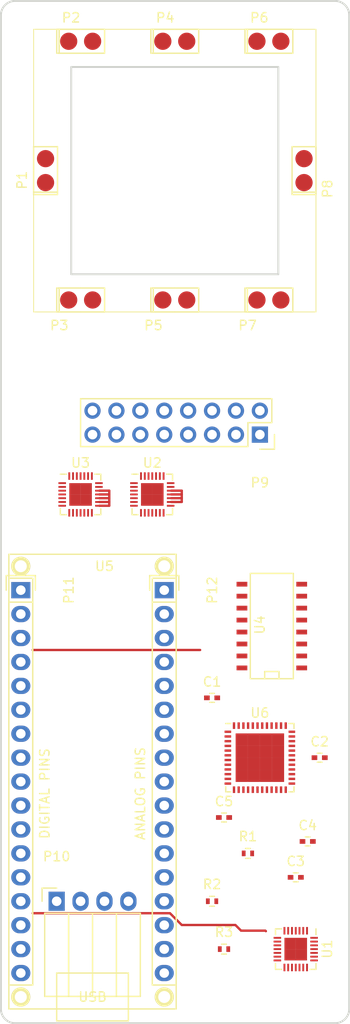
<source format=kicad_pcb>
(kicad_pcb (version 4) (host pcbnew 4.0.5)

  (general
    (links 136)
    (no_connects 131)
    (area 124.789999 36.419999 161.990001 145.120001)
    (thickness 1.6)
    (drawings 16)
    (tracks 23)
    (zones 0)
    (modules 26)
    (nets 38)
  )

  (page A4)
  (layers
    (0 F.Cu signal)
    (31 B.Cu signal)
    (32 B.Adhes user)
    (33 F.Adhes user)
    (34 B.Paste user)
    (35 F.Paste user)
    (36 B.SilkS user)
    (37 F.SilkS user)
    (38 B.Mask user)
    (39 F.Mask user)
    (40 Dwgs.User user)
    (41 Cmts.User user)
    (42 Eco1.User user)
    (43 Eco2.User user)
    (44 Edge.Cuts user)
    (45 Margin user)
    (46 B.CrtYd user)
    (47 F.CrtYd user)
    (48 B.Fab user)
    (49 F.Fab user)
  )

  (setup
    (last_trace_width 0.25)
    (trace_clearance 0.2)
    (zone_clearance 0.508)
    (zone_45_only no)
    (trace_min 0.2)
    (segment_width 0.2)
    (edge_width 0.2)
    (via_size 0.6)
    (via_drill 0.4)
    (via_min_size 0.4)
    (via_min_drill 0.3)
    (uvia_size 0.3)
    (uvia_drill 0.1)
    (uvias_allowed no)
    (uvia_min_size 0.2)
    (uvia_min_drill 0.1)
    (pcb_text_width 0.3)
    (pcb_text_size 1.5 1.5)
    (mod_edge_width 0.15)
    (mod_text_size 1 1)
    (mod_text_width 0.15)
    (pad_size 1.83 1.83)
    (pad_drill 0)
    (pad_to_mask_clearance 0.2)
    (aux_axis_origin 0 0)
    (visible_elements FFFEFFFF)
    (pcbplotparams
      (layerselection 0x00030_80000001)
      (usegerberextensions false)
      (excludeedgelayer true)
      (linewidth 0.100000)
      (plotframeref false)
      (viasonmask false)
      (mode 1)
      (useauxorigin false)
      (hpglpennumber 1)
      (hpglpenspeed 20)
      (hpglpendiameter 15)
      (hpglpenoverlay 2)
      (psnegative false)
      (psa4output false)
      (plotreference true)
      (plotvalue true)
      (plotinvisibletext false)
      (padsonsilk false)
      (subtractmaskfromsilk false)
      (outputformat 3)
      (mirror false)
      (drillshape 0)
      (scaleselection 1)
      (outputdirectory /home/grey/outputs/))
  )

  (net 0 "")
  (net 1 /Reset)
  (net 2 GND)
  (net 3 +5V)
  (net 4 +3V3)
  (net 5 "Net-(C2-Pad1)")
  (net 6 "Net-(C3-Pad1)")
  (net 7 "Net-(C4-Pad2)")
  (net 8 A_AL_I)
  (net 9 A_AL_V)
  (net 10 A_B0_I)
  (net 11 A_B0_V)
  (net 12 A_B1_I)
  (net 13 A_B1_V)
  (net 14 A_B2_I)
  (net 15 A_B2_V)
  (net 16 A_B3_I)
  (net 17 A_B3_V)
  (net 18 A_B4_I)
  (net 19 A_B4_V)
  (net 20 A_B5_I)
  (net 21 A_B5_V)
  (net 22 A_AR_I)
  (net 23 A_AR_V)
  (net 24 I+)
  (net 25 V+)
  (net 26 V-)
  (net 27 I-)
  (net 28 SCL)
  (net 29 ADC_CNV)
  (net 30 VADC_CS)
  (net 31 CS_B)
  (net 32 SM_CS)
  (net 33 SDA)
  (net 34 SCK)
  (net 35 MOSI)
  (net 36 MISO)
  (net 37 "Net-(U2-Pad23)")

  (net_class Default "This is the default net class."
    (clearance 0.2)
    (trace_width 0.25)
    (via_dia 0.6)
    (via_drill 0.4)
    (uvia_dia 0.3)
    (uvia_drill 0.1)
    (add_net +3V3)
    (add_net +5V)
    (add_net /Reset)
    (add_net ADC_CNV)
    (add_net A_AL_I)
    (add_net A_AL_V)
    (add_net A_AR_I)
    (add_net A_AR_V)
    (add_net A_B0_I)
    (add_net A_B0_V)
    (add_net A_B1_I)
    (add_net A_B1_V)
    (add_net A_B2_I)
    (add_net A_B2_V)
    (add_net A_B3_I)
    (add_net A_B3_V)
    (add_net A_B4_I)
    (add_net A_B4_V)
    (add_net A_B5_I)
    (add_net A_B5_V)
    (add_net CS_B)
    (add_net GND)
    (add_net I+)
    (add_net I-)
    (add_net MISO)
    (add_net MOSI)
    (add_net "Net-(C2-Pad1)")
    (add_net "Net-(C3-Pad1)")
    (add_net "Net-(C4-Pad2)")
    (add_net "Net-(U2-Pad23)")
    (add_net SCK)
    (add_net SCL)
    (add_net SDA)
    (add_net SM_CS)
    (add_net V+)
    (add_net V-)
    (add_net VADC_CS)
  )

  (module myparts:2x1_pogo_pin (layer F.Cu) (tedit 5810C20E) (tstamp 580FF187)
    (at 132.09 68.26)
    (descr ${KIPRJMOD}/../datasheets/mill-max-spring-pin.pdf)
    (path /58102E6F)
    (fp_text reference P3 (at -1 2.7) (layer F.SilkS)
      (effects (font (size 1 1) (thickness 0.15)))
    )
    (fp_text value 2x1_pogo_pin (at 1.524 2.54) (layer F.Fab)
      (effects (font (size 1 1) (thickness 0.15)))
    )
    (fp_line (start 4.25 1.75) (end -1.75 1.75) (layer F.CrtYd) (width 0.05))
    (fp_line (start -1.75 -1.75) (end 4.25 -1.75) (layer F.CrtYd) (width 0.05))
    (fp_line (start 4.25 1.75) (end 4.25 -1.75) (layer F.CrtYd) (width 0.05))
    (fp_line (start -1.75 1.75) (end -1.75 -1.75) (layer F.CrtYd) (width 0.05))
    (fp_line (start -1.016 -1.27) (end -1.016 1.27) (layer F.SilkS) (width 0.15))
    (fp_line (start 1.27 -1.27) (end 3.81 -1.27) (layer F.SilkS) (width 0.15))
    (fp_line (start 3.81 -1.27) (end 3.81 1.27) (layer F.SilkS) (width 0.15))
    (fp_line (start 3.81 1.27) (end 1.27 1.27) (layer F.SilkS) (width 0.15))
    (fp_line (start -1.27 -1.27) (end -1.27 1.27) (layer F.SilkS) (width 0.15))
    (fp_line (start -1.27 1.27) (end 1.27 1.27) (layer F.SilkS) (width 0.15))
    (fp_line (start 1.27 -1.27) (end -1.27 -1.27) (layer F.SilkS) (width 0.15))
    (pad 1 smd circle (at 0 0) (size 1.83 1.83) (layers F.Cu F.Paste F.Mask)
      (net 12 A_B1_I))
    (pad 2 smd circle (at 2.54 0) (size 1.83 1.83) (layers F.Cu F.Paste F.Mask)
      (net 13 A_B1_V))
    (model ${KIPRJMOD}/myparts.3dshapes/mill-max-812-22-002-30-007101.wrl
      (at (xyz -0.038 -0.05 0.126))
      (scale (xyz 393.7008 393.7008 393.7008))
      (rotate (xyz -90 0 0))
    )
  )

  (module myparts:2x1_pogo_pin (layer F.Cu) (tedit 5810B7D4) (tstamp 580FF1A5)
    (at 152.09 40.8)
    (descr ${KIPRJMOD}/../datasheets/mill-max-spring-pin.pdf)
    (path /58102C75)
    (fp_text reference P6 (at 0.25 -2.5) (layer F.SilkS)
      (effects (font (size 1 1) (thickness 0.15)))
    )
    (fp_text value 2x1_pogo_pin (at 1.524 2.54) (layer F.Fab)
      (effects (font (size 1 1) (thickness 0.15)))
    )
    (fp_line (start 4.25 1.75) (end -1.75 1.75) (layer F.CrtYd) (width 0.05))
    (fp_line (start -1.75 -1.75) (end 4.25 -1.75) (layer F.CrtYd) (width 0.05))
    (fp_line (start 4.25 1.75) (end 4.25 -1.75) (layer F.CrtYd) (width 0.05))
    (fp_line (start -1.75 1.75) (end -1.75 -1.75) (layer F.CrtYd) (width 0.05))
    (fp_line (start -1.016 -1.27) (end -1.016 1.27) (layer F.SilkS) (width 0.15))
    (fp_line (start 1.27 -1.27) (end 3.81 -1.27) (layer F.SilkS) (width 0.15))
    (fp_line (start 3.81 -1.27) (end 3.81 1.27) (layer F.SilkS) (width 0.15))
    (fp_line (start 3.81 1.27) (end 1.27 1.27) (layer F.SilkS) (width 0.15))
    (fp_line (start -1.27 -1.27) (end -1.27 1.27) (layer F.SilkS) (width 0.15))
    (fp_line (start -1.27 1.27) (end 1.27 1.27) (layer F.SilkS) (width 0.15))
    (fp_line (start 1.27 -1.27) (end -1.27 -1.27) (layer F.SilkS) (width 0.15))
    (pad 1 smd circle (at 0 0) (size 1.83 1.83) (layers F.Cu F.Paste F.Mask)
      (net 18 A_B4_I))
    (pad 2 smd circle (at 2.54 0) (size 1.83 1.83) (layers F.Cu F.Paste F.Mask)
      (net 19 A_B4_V))
    (model ${KIPRJMOD}/myparts.3dshapes/mill-max-812-22-002-30-007101.wrl
      (at (xyz -0.038 -0.05 0.126))
      (scale (xyz 393.7008 393.7008 393.7008))
      (rotate (xyz -90 0 0))
    )
  )

  (module myparts:2x1_pogo_pin (layer F.Cu) (tedit 5810B7D4) (tstamp 580FF17D)
    (at 132.09 40.8)
    (descr ${KIPRJMOD}/../datasheets/mill-max-spring-pin.pdf)
    (path /58102B3A)
    (fp_text reference P2 (at 0.25 -2.5) (layer F.SilkS)
      (effects (font (size 1 1) (thickness 0.15)))
    )
    (fp_text value 2x1_pogo_pin (at 1.524 2.54) (layer F.Fab)
      (effects (font (size 1 1) (thickness 0.15)))
    )
    (fp_line (start 4.25 1.75) (end -1.75 1.75) (layer F.CrtYd) (width 0.05))
    (fp_line (start -1.75 -1.75) (end 4.25 -1.75) (layer F.CrtYd) (width 0.05))
    (fp_line (start 4.25 1.75) (end 4.25 -1.75) (layer F.CrtYd) (width 0.05))
    (fp_line (start -1.75 1.75) (end -1.75 -1.75) (layer F.CrtYd) (width 0.05))
    (fp_line (start -1.016 -1.27) (end -1.016 1.27) (layer F.SilkS) (width 0.15))
    (fp_line (start 1.27 -1.27) (end 3.81 -1.27) (layer F.SilkS) (width 0.15))
    (fp_line (start 3.81 -1.27) (end 3.81 1.27) (layer F.SilkS) (width 0.15))
    (fp_line (start 3.81 1.27) (end 1.27 1.27) (layer F.SilkS) (width 0.15))
    (fp_line (start -1.27 -1.27) (end -1.27 1.27) (layer F.SilkS) (width 0.15))
    (fp_line (start -1.27 1.27) (end 1.27 1.27) (layer F.SilkS) (width 0.15))
    (fp_line (start 1.27 -1.27) (end -1.27 -1.27) (layer F.SilkS) (width 0.15))
    (pad 1 smd circle (at 0 0) (size 1.83 1.83) (layers F.Cu F.Paste F.Mask)
      (net 10 A_B0_I))
    (pad 2 smd circle (at 2.54 0) (size 1.83 1.83) (layers F.Cu F.Paste F.Mask)
      (net 11 A_B0_V))
    (model ${KIPRJMOD}/myparts.3dshapes/mill-max-812-22-002-30-007101.wrl
      (at (xyz -0.038 -0.05 0.126))
      (scale (xyz 393.7008 393.7008 393.7008))
      (rotate (xyz -90 0 0))
    )
  )

  (module myparts:2x1_pogo_pin (layer F.Cu) (tedit 5810C21E) (tstamp 580FF1AF)
    (at 152.09 68.26)
    (descr ${KIPRJMOD}/../datasheets/mill-max-spring-pin.pdf)
    (path /58102D55)
    (fp_text reference P7 (at -1 2.7) (layer F.SilkS)
      (effects (font (size 1 1) (thickness 0.15)))
    )
    (fp_text value 2x1_pogo_pin (at 1.524 2.54) (layer F.Fab)
      (effects (font (size 1 1) (thickness 0.15)))
    )
    (fp_line (start 4.25 1.75) (end -1.75 1.75) (layer F.CrtYd) (width 0.05))
    (fp_line (start -1.75 -1.75) (end 4.25 -1.75) (layer F.CrtYd) (width 0.05))
    (fp_line (start 4.25 1.75) (end 4.25 -1.75) (layer F.CrtYd) (width 0.05))
    (fp_line (start -1.75 1.75) (end -1.75 -1.75) (layer F.CrtYd) (width 0.05))
    (fp_line (start -1.016 -1.27) (end -1.016 1.27) (layer F.SilkS) (width 0.15))
    (fp_line (start 1.27 -1.27) (end 3.81 -1.27) (layer F.SilkS) (width 0.15))
    (fp_line (start 3.81 -1.27) (end 3.81 1.27) (layer F.SilkS) (width 0.15))
    (fp_line (start 3.81 1.27) (end 1.27 1.27) (layer F.SilkS) (width 0.15))
    (fp_line (start -1.27 -1.27) (end -1.27 1.27) (layer F.SilkS) (width 0.15))
    (fp_line (start -1.27 1.27) (end 1.27 1.27) (layer F.SilkS) (width 0.15))
    (fp_line (start 1.27 -1.27) (end -1.27 -1.27) (layer F.SilkS) (width 0.15))
    (pad 1 smd circle (at 0 0) (size 1.83 1.83) (layers F.Cu F.Paste F.Mask)
      (net 20 A_B5_I))
    (pad 2 smd circle (at 2.54 0) (size 1.83 1.83) (layers F.Cu F.Paste F.Mask)
      (net 21 A_B5_V))
    (model ${KIPRJMOD}/myparts.3dshapes/mill-max-812-22-002-30-007101.wrl
      (at (xyz -0.038 -0.05 0.126))
      (scale (xyz 393.7008 393.7008 393.7008))
      (rotate (xyz -90 0 0))
    )
  )

  (module myparts:2x1_pogo_pin (layer F.Cu) (tedit 5810C217) (tstamp 580FF19B)
    (at 142.09 68.26)
    (descr ${KIPRJMOD}/../datasheets/mill-max-spring-pin.pdf)
    (path /58102D99)
    (fp_text reference P5 (at -1 2.7) (layer F.SilkS)
      (effects (font (size 1 1) (thickness 0.15)))
    )
    (fp_text value 2x1_pogo_pin (at 1.524 2.54) (layer F.Fab)
      (effects (font (size 1 1) (thickness 0.15)))
    )
    (fp_line (start 4.25 1.75) (end -1.75 1.75) (layer F.CrtYd) (width 0.05))
    (fp_line (start -1.75 -1.75) (end 4.25 -1.75) (layer F.CrtYd) (width 0.05))
    (fp_line (start 4.25 1.75) (end 4.25 -1.75) (layer F.CrtYd) (width 0.05))
    (fp_line (start -1.75 1.75) (end -1.75 -1.75) (layer F.CrtYd) (width 0.05))
    (fp_line (start -1.016 -1.27) (end -1.016 1.27) (layer F.SilkS) (width 0.15))
    (fp_line (start 1.27 -1.27) (end 3.81 -1.27) (layer F.SilkS) (width 0.15))
    (fp_line (start 3.81 -1.27) (end 3.81 1.27) (layer F.SilkS) (width 0.15))
    (fp_line (start 3.81 1.27) (end 1.27 1.27) (layer F.SilkS) (width 0.15))
    (fp_line (start -1.27 -1.27) (end -1.27 1.27) (layer F.SilkS) (width 0.15))
    (fp_line (start -1.27 1.27) (end 1.27 1.27) (layer F.SilkS) (width 0.15))
    (fp_line (start 1.27 -1.27) (end -1.27 -1.27) (layer F.SilkS) (width 0.15))
    (pad 1 smd circle (at 0 0) (size 1.83 1.83) (layers F.Cu F.Paste F.Mask)
      (net 16 A_B3_I))
    (pad 2 smd circle (at 2.54 0) (size 1.83 1.83) (layers F.Cu F.Paste F.Mask)
      (net 17 A_B3_V))
    (model ${KIPRJMOD}/myparts.3dshapes/mill-max-812-22-002-30-007101.wrl
      (at (xyz -0.038 -0.05 0.126))
      (scale (xyz 393.7008 393.7008 393.7008))
      (rotate (xyz -90 0 0))
    )
  )

  (module myparts:2x1_pogo_pin (layer F.Cu) (tedit 5810B7D4) (tstamp 580FF173)
    (at 129.63 55.8 90)
    (descr ${KIPRJMOD}/../datasheets/mill-max-spring-pin.pdf)
    (path /581029EC)
    (fp_text reference P1 (at 0.25 -2.5 90) (layer F.SilkS)
      (effects (font (size 1 1) (thickness 0.15)))
    )
    (fp_text value 2x1_pogo_pin (at 1.524 2.54 90) (layer F.Fab)
      (effects (font (size 1 1) (thickness 0.15)))
    )
    (fp_line (start 4.25 1.75) (end -1.75 1.75) (layer F.CrtYd) (width 0.05))
    (fp_line (start -1.75 -1.75) (end 4.25 -1.75) (layer F.CrtYd) (width 0.05))
    (fp_line (start 4.25 1.75) (end 4.25 -1.75) (layer F.CrtYd) (width 0.05))
    (fp_line (start -1.75 1.75) (end -1.75 -1.75) (layer F.CrtYd) (width 0.05))
    (fp_line (start -1.016 -1.27) (end -1.016 1.27) (layer F.SilkS) (width 0.15))
    (fp_line (start 1.27 -1.27) (end 3.81 -1.27) (layer F.SilkS) (width 0.15))
    (fp_line (start 3.81 -1.27) (end 3.81 1.27) (layer F.SilkS) (width 0.15))
    (fp_line (start 3.81 1.27) (end 1.27 1.27) (layer F.SilkS) (width 0.15))
    (fp_line (start -1.27 -1.27) (end -1.27 1.27) (layer F.SilkS) (width 0.15))
    (fp_line (start -1.27 1.27) (end 1.27 1.27) (layer F.SilkS) (width 0.15))
    (fp_line (start 1.27 -1.27) (end -1.27 -1.27) (layer F.SilkS) (width 0.15))
    (pad 1 smd circle (at 0 0 90) (size 1.83 1.83) (layers F.Cu F.Paste F.Mask)
      (net 8 A_AL_I))
    (pad 2 smd circle (at 2.54 0 90) (size 1.83 1.83) (layers F.Cu F.Paste F.Mask)
      (net 9 A_AL_V))
    (model ${KIPRJMOD}/myparts.3dshapes/mill-max-812-22-002-30-007101.wrl
      (at (xyz -0.038 -0.05 0.126))
      (scale (xyz 393.7008 393.7008 393.7008))
      (rotate (xyz -90 0 0))
    )
  )

  (module myparts:2x1_pogo_pin (layer F.Cu) (tedit 5810C228) (tstamp 580FF1B9)
    (at 157.09 55.8 90)
    (descr ${KIPRJMOD}/../datasheets/mill-max-spring-pin.pdf)
    (path /58102D03)
    (fp_text reference P8 (at -0.66 2.5 90) (layer F.SilkS)
      (effects (font (size 1 1) (thickness 0.15)))
    )
    (fp_text value 2x1_pogo_pin (at 1.524 2.54 90) (layer F.Fab)
      (effects (font (size 1 1) (thickness 0.15)))
    )
    (fp_line (start 4.25 1.75) (end -1.75 1.75) (layer F.CrtYd) (width 0.05))
    (fp_line (start -1.75 -1.75) (end 4.25 -1.75) (layer F.CrtYd) (width 0.05))
    (fp_line (start 4.25 1.75) (end 4.25 -1.75) (layer F.CrtYd) (width 0.05))
    (fp_line (start -1.75 1.75) (end -1.75 -1.75) (layer F.CrtYd) (width 0.05))
    (fp_line (start -1.016 -1.27) (end -1.016 1.27) (layer F.SilkS) (width 0.15))
    (fp_line (start 1.27 -1.27) (end 3.81 -1.27) (layer F.SilkS) (width 0.15))
    (fp_line (start 3.81 -1.27) (end 3.81 1.27) (layer F.SilkS) (width 0.15))
    (fp_line (start 3.81 1.27) (end 1.27 1.27) (layer F.SilkS) (width 0.15))
    (fp_line (start -1.27 -1.27) (end -1.27 1.27) (layer F.SilkS) (width 0.15))
    (fp_line (start -1.27 1.27) (end 1.27 1.27) (layer F.SilkS) (width 0.15))
    (fp_line (start 1.27 -1.27) (end -1.27 -1.27) (layer F.SilkS) (width 0.15))
    (pad 1 smd circle (at 0 0 90) (size 1.83 1.83) (layers F.Cu F.Paste F.Mask)
      (net 22 A_AR_I))
    (pad 2 smd circle (at 2.54 0 90) (size 1.83 1.83) (layers F.Cu F.Paste F.Mask)
      (net 23 A_AR_V))
    (model ${KIPRJMOD}/myparts.3dshapes/mill-max-812-22-002-30-007101.wrl
      (at (xyz -0.038 -0.05 0.126))
      (scale (xyz 393.7008 393.7008 393.7008))
      (rotate (xyz -90 0 0))
    )
  )

  (module Capacitors_SMD:C_0402 (layer F.Cu) (tedit 5415D599) (tstamp 5873CC4C)
    (at 147.32 110.49)
    (descr "Capacitor SMD 0402, reflow soldering, AVX (see smccp.pdf)")
    (tags "capacitor 0402")
    (path /582BA131)
    (attr smd)
    (fp_text reference C1 (at 0 -1.7) (layer F.SilkS)
      (effects (font (size 1 1) (thickness 0.15)))
    )
    (fp_text value 0.1uF (at 0 1.7) (layer F.Fab)
      (effects (font (size 1 1) (thickness 0.15)))
    )
    (fp_line (start -0.5 0.25) (end -0.5 -0.25) (layer F.Fab) (width 0.15))
    (fp_line (start 0.5 0.25) (end -0.5 0.25) (layer F.Fab) (width 0.15))
    (fp_line (start 0.5 -0.25) (end 0.5 0.25) (layer F.Fab) (width 0.15))
    (fp_line (start -0.5 -0.25) (end 0.5 -0.25) (layer F.Fab) (width 0.15))
    (fp_line (start -1.15 -0.6) (end 1.15 -0.6) (layer F.CrtYd) (width 0.05))
    (fp_line (start -1.15 0.6) (end 1.15 0.6) (layer F.CrtYd) (width 0.05))
    (fp_line (start -1.15 -0.6) (end -1.15 0.6) (layer F.CrtYd) (width 0.05))
    (fp_line (start 1.15 -0.6) (end 1.15 0.6) (layer F.CrtYd) (width 0.05))
    (fp_line (start 0.25 -0.475) (end -0.25 -0.475) (layer F.SilkS) (width 0.15))
    (fp_line (start -0.25 0.475) (end 0.25 0.475) (layer F.SilkS) (width 0.15))
    (pad 1 smd rect (at -0.55 0) (size 0.6 0.5) (layers F.Cu F.Paste F.Mask)
      (net 3 +5V))
    (pad 2 smd rect (at 0.55 0) (size 0.6 0.5) (layers F.Cu F.Paste F.Mask)
      (net 2 GND))
    (model Capacitors_SMD.3dshapes/C_0402.wrl
      (at (xyz 0 0 0))
      (scale (xyz 1 1 1))
      (rotate (xyz 0 0 0))
    )
  )

  (module Capacitors_SMD:C_0402 (layer F.Cu) (tedit 5415D599) (tstamp 5873CC52)
    (at 158.75 116.84)
    (descr "Capacitor SMD 0402, reflow soldering, AVX (see smccp.pdf)")
    (tags "capacitor 0402")
    (path /582B1613)
    (attr smd)
    (fp_text reference C2 (at 0 -1.7) (layer F.SilkS)
      (effects (font (size 1 1) (thickness 0.15)))
    )
    (fp_text value 0.1uF (at 0 1.7) (layer F.Fab)
      (effects (font (size 1 1) (thickness 0.15)))
    )
    (fp_line (start -0.5 0.25) (end -0.5 -0.25) (layer F.Fab) (width 0.15))
    (fp_line (start 0.5 0.25) (end -0.5 0.25) (layer F.Fab) (width 0.15))
    (fp_line (start 0.5 -0.25) (end 0.5 0.25) (layer F.Fab) (width 0.15))
    (fp_line (start -0.5 -0.25) (end 0.5 -0.25) (layer F.Fab) (width 0.15))
    (fp_line (start -1.15 -0.6) (end 1.15 -0.6) (layer F.CrtYd) (width 0.05))
    (fp_line (start -1.15 0.6) (end 1.15 0.6) (layer F.CrtYd) (width 0.05))
    (fp_line (start -1.15 -0.6) (end -1.15 0.6) (layer F.CrtYd) (width 0.05))
    (fp_line (start 1.15 -0.6) (end 1.15 0.6) (layer F.CrtYd) (width 0.05))
    (fp_line (start 0.25 -0.475) (end -0.25 -0.475) (layer F.SilkS) (width 0.15))
    (fp_line (start -0.25 0.475) (end 0.25 0.475) (layer F.SilkS) (width 0.15))
    (pad 1 smd rect (at -0.55 0) (size 0.6 0.5) (layers F.Cu F.Paste F.Mask)
      (net 5 "Net-(C2-Pad1)"))
    (pad 2 smd rect (at 0.55 0) (size 0.6 0.5) (layers F.Cu F.Paste F.Mask)
      (net 2 GND))
    (model Capacitors_SMD.3dshapes/C_0402.wrl
      (at (xyz 0 0 0))
      (scale (xyz 1 1 1))
      (rotate (xyz 0 0 0))
    )
  )

  (module Capacitors_SMD:C_0402 (layer F.Cu) (tedit 5415D599) (tstamp 5873CC58)
    (at 156.21 129.54)
    (descr "Capacitor SMD 0402, reflow soldering, AVX (see smccp.pdf)")
    (tags "capacitor 0402")
    (path /582B1D3F)
    (attr smd)
    (fp_text reference C3 (at 0 -1.7) (layer F.SilkS)
      (effects (font (size 1 1) (thickness 0.15)))
    )
    (fp_text value 47uF (at 0 1.7) (layer F.Fab)
      (effects (font (size 1 1) (thickness 0.15)))
    )
    (fp_line (start -0.5 0.25) (end -0.5 -0.25) (layer F.Fab) (width 0.15))
    (fp_line (start 0.5 0.25) (end -0.5 0.25) (layer F.Fab) (width 0.15))
    (fp_line (start 0.5 -0.25) (end 0.5 0.25) (layer F.Fab) (width 0.15))
    (fp_line (start -0.5 -0.25) (end 0.5 -0.25) (layer F.Fab) (width 0.15))
    (fp_line (start -1.15 -0.6) (end 1.15 -0.6) (layer F.CrtYd) (width 0.05))
    (fp_line (start -1.15 0.6) (end 1.15 0.6) (layer F.CrtYd) (width 0.05))
    (fp_line (start -1.15 -0.6) (end -1.15 0.6) (layer F.CrtYd) (width 0.05))
    (fp_line (start 1.15 -0.6) (end 1.15 0.6) (layer F.CrtYd) (width 0.05))
    (fp_line (start 0.25 -0.475) (end -0.25 -0.475) (layer F.SilkS) (width 0.15))
    (fp_line (start -0.25 0.475) (end 0.25 0.475) (layer F.SilkS) (width 0.15))
    (pad 1 smd rect (at -0.55 0) (size 0.6 0.5) (layers F.Cu F.Paste F.Mask)
      (net 6 "Net-(C3-Pad1)"))
    (pad 2 smd rect (at 0.55 0) (size 0.6 0.5) (layers F.Cu F.Paste F.Mask)
      (net 2 GND))
    (model Capacitors_SMD.3dshapes/C_0402.wrl
      (at (xyz 0 0 0))
      (scale (xyz 1 1 1))
      (rotate (xyz 0 0 0))
    )
  )

  (module Capacitors_SMD:C_0402 (layer F.Cu) (tedit 5415D599) (tstamp 5873CC5E)
    (at 157.48 125.73)
    (descr "Capacitor SMD 0402, reflow soldering, AVX (see smccp.pdf)")
    (tags "capacitor 0402")
    (path /582BA7B0)
    (attr smd)
    (fp_text reference C4 (at 0 -1.7) (layer F.SilkS)
      (effects (font (size 1 1) (thickness 0.15)))
    )
    (fp_text value 2.2uF (at 0 1.7) (layer F.Fab)
      (effects (font (size 1 1) (thickness 0.15)))
    )
    (fp_line (start -0.5 0.25) (end -0.5 -0.25) (layer F.Fab) (width 0.15))
    (fp_line (start 0.5 0.25) (end -0.5 0.25) (layer F.Fab) (width 0.15))
    (fp_line (start 0.5 -0.25) (end 0.5 0.25) (layer F.Fab) (width 0.15))
    (fp_line (start -0.5 -0.25) (end 0.5 -0.25) (layer F.Fab) (width 0.15))
    (fp_line (start -1.15 -0.6) (end 1.15 -0.6) (layer F.CrtYd) (width 0.05))
    (fp_line (start -1.15 0.6) (end 1.15 0.6) (layer F.CrtYd) (width 0.05))
    (fp_line (start -1.15 -0.6) (end -1.15 0.6) (layer F.CrtYd) (width 0.05))
    (fp_line (start 1.15 -0.6) (end 1.15 0.6) (layer F.CrtYd) (width 0.05))
    (fp_line (start 0.25 -0.475) (end -0.25 -0.475) (layer F.SilkS) (width 0.15))
    (fp_line (start -0.25 0.475) (end 0.25 0.475) (layer F.SilkS) (width 0.15))
    (pad 1 smd rect (at -0.55 0) (size 0.6 0.5) (layers F.Cu F.Paste F.Mask)
      (net 2 GND))
    (pad 2 smd rect (at 0.55 0) (size 0.6 0.5) (layers F.Cu F.Paste F.Mask)
      (net 7 "Net-(C4-Pad2)"))
    (model Capacitors_SMD.3dshapes/C_0402.wrl
      (at (xyz 0 0 0))
      (scale (xyz 1 1 1))
      (rotate (xyz 0 0 0))
    )
  )

  (module Capacitors_SMD:C_0402 (layer F.Cu) (tedit 5415D599) (tstamp 5873CC64)
    (at 148.59 123.19)
    (descr "Capacitor SMD 0402, reflow soldering, AVX (see smccp.pdf)")
    (tags "capacitor 0402")
    (path /582BB643)
    (attr smd)
    (fp_text reference C5 (at 0 -1.7) (layer F.SilkS)
      (effects (font (size 1 1) (thickness 0.15)))
    )
    (fp_text value 0.1uF (at 0 1.7) (layer F.Fab)
      (effects (font (size 1 1) (thickness 0.15)))
    )
    (fp_line (start -0.5 0.25) (end -0.5 -0.25) (layer F.Fab) (width 0.15))
    (fp_line (start 0.5 0.25) (end -0.5 0.25) (layer F.Fab) (width 0.15))
    (fp_line (start 0.5 -0.25) (end 0.5 0.25) (layer F.Fab) (width 0.15))
    (fp_line (start -0.5 -0.25) (end 0.5 -0.25) (layer F.Fab) (width 0.15))
    (fp_line (start -1.15 -0.6) (end 1.15 -0.6) (layer F.CrtYd) (width 0.05))
    (fp_line (start -1.15 0.6) (end 1.15 0.6) (layer F.CrtYd) (width 0.05))
    (fp_line (start -1.15 -0.6) (end -1.15 0.6) (layer F.CrtYd) (width 0.05))
    (fp_line (start 1.15 -0.6) (end 1.15 0.6) (layer F.CrtYd) (width 0.05))
    (fp_line (start 0.25 -0.475) (end -0.25 -0.475) (layer F.SilkS) (width 0.15))
    (fp_line (start -0.25 0.475) (end 0.25 0.475) (layer F.SilkS) (width 0.15))
    (pad 1 smd rect (at -0.55 0) (size 0.6 0.5) (layers F.Cu F.Paste F.Mask)
      (net 4 +3V3))
    (pad 2 smd rect (at 0.55 0) (size 0.6 0.5) (layers F.Cu F.Paste F.Mask)
      (net 2 GND))
    (model Capacitors_SMD.3dshapes/C_0402.wrl
      (at (xyz 0 0 0))
      (scale (xyz 1 1 1))
      (rotate (xyz 0 0 0))
    )
  )

  (module Resistors_SMD:R_0402 (layer F.Cu) (tedit 58307A8A) (tstamp 5873CC6A)
    (at 151.13 127)
    (descr "Resistor SMD 0402, reflow soldering, Vishay (see dcrcw.pdf)")
    (tags "resistor 0402")
    (path /5820D7B7)
    (attr smd)
    (fp_text reference R1 (at 0 -1.8) (layer F.SilkS)
      (effects (font (size 1 1) (thickness 0.15)))
    )
    (fp_text value 0R1 (at 0 1.8) (layer F.Fab)
      (effects (font (size 1 1) (thickness 0.15)))
    )
    (fp_line (start -0.5 0.25) (end -0.5 -0.25) (layer F.Fab) (width 0.1))
    (fp_line (start 0.5 0.25) (end -0.5 0.25) (layer F.Fab) (width 0.1))
    (fp_line (start 0.5 -0.25) (end 0.5 0.25) (layer F.Fab) (width 0.1))
    (fp_line (start -0.5 -0.25) (end 0.5 -0.25) (layer F.Fab) (width 0.1))
    (fp_line (start -0.95 -0.65) (end 0.95 -0.65) (layer F.CrtYd) (width 0.05))
    (fp_line (start -0.95 0.65) (end 0.95 0.65) (layer F.CrtYd) (width 0.05))
    (fp_line (start -0.95 -0.65) (end -0.95 0.65) (layer F.CrtYd) (width 0.05))
    (fp_line (start 0.95 -0.65) (end 0.95 0.65) (layer F.CrtYd) (width 0.05))
    (fp_line (start 0.25 -0.525) (end -0.25 -0.525) (layer F.SilkS) (width 0.15))
    (fp_line (start -0.25 0.525) (end 0.25 0.525) (layer F.SilkS) (width 0.15))
    (pad 1 smd rect (at -0.45 0) (size 0.4 0.6) (layers F.Cu F.Paste F.Mask))
    (pad 2 smd rect (at 0.45 0) (size 0.4 0.6) (layers F.Cu F.Paste F.Mask)
      (net 2 GND))
    (model Resistors_SMD.3dshapes/R_0402.wrl
      (at (xyz 0 0 0))
      (scale (xyz 1 1 1))
      (rotate (xyz 0 0 0))
    )
  )

  (module Resistors_SMD:R_0402 (layer F.Cu) (tedit 58307A8A) (tstamp 5873D0E4)
    (at 147.32 132.08)
    (descr "Resistor SMD 0402, reflow soldering, Vishay (see dcrcw.pdf)")
    (tags "resistor 0402")
    (path /5873F8FB)
    (attr smd)
    (fp_text reference R2 (at 0 -1.8) (layer F.SilkS)
      (effects (font (size 1 1) (thickness 0.15)))
    )
    (fp_text value 100k (at 0 1.8) (layer F.Fab)
      (effects (font (size 1 1) (thickness 0.15)))
    )
    (fp_line (start -0.5 0.25) (end -0.5 -0.25) (layer F.Fab) (width 0.1))
    (fp_line (start 0.5 0.25) (end -0.5 0.25) (layer F.Fab) (width 0.1))
    (fp_line (start 0.5 -0.25) (end 0.5 0.25) (layer F.Fab) (width 0.1))
    (fp_line (start -0.5 -0.25) (end 0.5 -0.25) (layer F.Fab) (width 0.1))
    (fp_line (start -0.95 -0.65) (end 0.95 -0.65) (layer F.CrtYd) (width 0.05))
    (fp_line (start -0.95 0.65) (end 0.95 0.65) (layer F.CrtYd) (width 0.05))
    (fp_line (start -0.95 -0.65) (end -0.95 0.65) (layer F.CrtYd) (width 0.05))
    (fp_line (start 0.95 -0.65) (end 0.95 0.65) (layer F.CrtYd) (width 0.05))
    (fp_line (start 0.25 -0.525) (end -0.25 -0.525) (layer F.SilkS) (width 0.15))
    (fp_line (start -0.25 0.525) (end 0.25 0.525) (layer F.SilkS) (width 0.15))
    (pad 1 smd rect (at -0.45 0) (size 0.4 0.6) (layers F.Cu F.Paste F.Mask)
      (net 4 +3V3))
    (pad 2 smd rect (at 0.45 0) (size 0.4 0.6) (layers F.Cu F.Paste F.Mask)
      (net 33 SDA))
    (model Resistors_SMD.3dshapes/R_0402.wrl
      (at (xyz 0 0 0))
      (scale (xyz 1 1 1))
      (rotate (xyz 0 0 0))
    )
  )

  (module Resistors_SMD:R_0402 (layer F.Cu) (tedit 58307A8A) (tstamp 5873D0EA)
    (at 148.59 137.16)
    (descr "Resistor SMD 0402, reflow soldering, Vishay (see dcrcw.pdf)")
    (tags "resistor 0402")
    (path /5873F52D)
    (attr smd)
    (fp_text reference R3 (at 0 -1.8) (layer F.SilkS)
      (effects (font (size 1 1) (thickness 0.15)))
    )
    (fp_text value 100k (at 0 1.8) (layer F.Fab)
      (effects (font (size 1 1) (thickness 0.15)))
    )
    (fp_line (start -0.5 0.25) (end -0.5 -0.25) (layer F.Fab) (width 0.1))
    (fp_line (start 0.5 0.25) (end -0.5 0.25) (layer F.Fab) (width 0.1))
    (fp_line (start 0.5 -0.25) (end 0.5 0.25) (layer F.Fab) (width 0.1))
    (fp_line (start -0.5 -0.25) (end 0.5 -0.25) (layer F.Fab) (width 0.1))
    (fp_line (start -0.95 -0.65) (end 0.95 -0.65) (layer F.CrtYd) (width 0.05))
    (fp_line (start -0.95 0.65) (end 0.95 0.65) (layer F.CrtYd) (width 0.05))
    (fp_line (start -0.95 -0.65) (end -0.95 0.65) (layer F.CrtYd) (width 0.05))
    (fp_line (start 0.95 -0.65) (end 0.95 0.65) (layer F.CrtYd) (width 0.05))
    (fp_line (start 0.25 -0.525) (end -0.25 -0.525) (layer F.SilkS) (width 0.15))
    (fp_line (start -0.25 0.525) (end 0.25 0.525) (layer F.SilkS) (width 0.15))
    (pad 1 smd rect (at -0.45 0) (size 0.4 0.6) (layers F.Cu F.Paste F.Mask)
      (net 4 +3V3))
    (pad 2 smd rect (at 0.45 0) (size 0.4 0.6) (layers F.Cu F.Paste F.Mask)
      (net 28 SCL))
    (model Resistors_SMD.3dshapes/R_0402.wrl
      (at (xyz 0 0 0))
      (scale (xyz 1 1 1))
      (rotate (xyz 0 0 0))
    )
  )

  (module Socket_Strips:Socket_Strip_Straight_1x17 (layer F.Cu) (tedit 0) (tstamp 5874E401)
    (at 127 99.06 270)
    (descr "Through hole socket strip")
    (tags "socket strip")
    (path /5873B08D)
    (fp_text reference P11 (at 0 -5.1 270) (layer F.SilkS)
      (effects (font (size 1 1) (thickness 0.15)))
    )
    (fp_text value CONN_01X17 (at 0 -3.1 270) (layer F.Fab)
      (effects (font (size 1 1) (thickness 0.15)))
    )
    (fp_line (start -1.75 -1.75) (end -1.75 1.75) (layer F.CrtYd) (width 0.05))
    (fp_line (start 42.4 -1.75) (end 42.4 1.75) (layer F.CrtYd) (width 0.05))
    (fp_line (start -1.75 -1.75) (end 42.4 -1.75) (layer F.CrtYd) (width 0.05))
    (fp_line (start -1.75 1.75) (end 42.4 1.75) (layer F.CrtYd) (width 0.05))
    (fp_line (start 1.27 1.27) (end 41.91 1.27) (layer F.SilkS) (width 0.15))
    (fp_line (start 41.91 1.27) (end 41.91 -1.27) (layer F.SilkS) (width 0.15))
    (fp_line (start 41.91 -1.27) (end 1.27 -1.27) (layer F.SilkS) (width 0.15))
    (fp_line (start -1.55 1.55) (end 0 1.55) (layer F.SilkS) (width 0.15))
    (fp_line (start 1.27 1.27) (end 1.27 -1.27) (layer F.SilkS) (width 0.15))
    (fp_line (start 0 -1.55) (end -1.55 -1.55) (layer F.SilkS) (width 0.15))
    (fp_line (start -1.55 -1.55) (end -1.55 1.55) (layer F.SilkS) (width 0.15))
    (pad 1 thru_hole rect (at 0 0 270) (size 1.7272 2.032) (drill 1.016) (layers *.Cu *.Mask)
      (net 35 MOSI))
    (pad 2 thru_hole oval (at 2.54 0 270) (size 1.7272 2.032) (drill 1.016) (layers *.Cu *.Mask))
    (pad 3 thru_hole oval (at 5.08 0 270) (size 1.7272 2.032) (drill 1.016) (layers *.Cu *.Mask))
    (pad 4 thru_hole oval (at 7.62 0 270) (size 1.7272 2.032) (drill 1.016) (layers *.Cu *.Mask))
    (pad 5 thru_hole oval (at 10.16 0 270) (size 1.7272 2.032) (drill 1.016) (layers *.Cu *.Mask)
      (net 1 /Reset))
    (pad 6 thru_hole oval (at 12.7 0 270) (size 1.7272 2.032) (drill 1.016) (layers *.Cu *.Mask)
      (net 2 GND))
    (pad 7 thru_hole oval (at 15.24 0 270) (size 1.7272 2.032) (drill 1.016) (layers *.Cu *.Mask)
      (net 33 SDA))
    (pad 8 thru_hole oval (at 17.78 0 270) (size 1.7272 2.032) (drill 1.016) (layers *.Cu *.Mask)
      (net 28 SCL))
    (pad 9 thru_hole oval (at 20.32 0 270) (size 1.7272 2.032) (drill 1.016) (layers *.Cu *.Mask))
    (pad 10 thru_hole oval (at 22.86 0 270) (size 1.7272 2.032) (drill 1.016) (layers *.Cu *.Mask))
    (pad 11 thru_hole oval (at 25.4 0 270) (size 1.7272 2.032) (drill 1.016) (layers *.Cu *.Mask))
    (pad 12 thru_hole oval (at 27.94 0 270) (size 1.7272 2.032) (drill 1.016) (layers *.Cu *.Mask))
    (pad 13 thru_hole oval (at 30.48 0 270) (size 1.7272 2.032) (drill 1.016) (layers *.Cu *.Mask))
    (pad 14 thru_hole oval (at 33.02 0 270) (size 1.7272 2.032) (drill 1.016) (layers *.Cu *.Mask))
    (pad 15 thru_hole oval (at 35.56 0 270) (size 1.7272 2.032) (drill 1.016) (layers *.Cu *.Mask))
    (pad 16 thru_hole oval (at 38.1 0 270) (size 1.7272 2.032) (drill 1.016) (layers *.Cu *.Mask))
    (pad 17 thru_hole oval (at 40.64 0 270) (size 1.7272 2.032) (drill 1.016) (layers *.Cu *.Mask))
    (model Socket_Strips.3dshapes/Socket_Strip_Straight_1x17.wrl
      (at (xyz 0.8 0 0))
      (scale (xyz 1 1 1))
      (rotate (xyz 0 0 180))
    )
  )

  (module Housings_DFN_QFN:QFN-28-1EP_4x4mm_Pitch0.4mm (layer F.Cu) (tedit 54130A77) (tstamp 5874E46D)
    (at 133.35 88.9)
    (descr "28-Lead Plastic Quad Flat, No Lead Package (MK) - 4x4x0.9 mm Body [QFN]; (see Microchip Packaging Specification 00000049BS.pdf)")
    (tags "QFN 0.4")
    (path /582C8DD2)
    (attr smd)
    (fp_text reference U3 (at 0 -3.35) (layer F.SilkS)
      (effects (font (size 1 1) (thickness 0.15)))
    )
    (fp_text value MAX14662 (at 0 3.35) (layer F.Fab)
      (effects (font (size 1 1) (thickness 0.15)))
    )
    (fp_line (start -1 -2) (end 2 -2) (layer F.Fab) (width 0.15))
    (fp_line (start 2 -2) (end 2 2) (layer F.Fab) (width 0.15))
    (fp_line (start 2 2) (end -2 2) (layer F.Fab) (width 0.15))
    (fp_line (start -2 2) (end -2 -1) (layer F.Fab) (width 0.15))
    (fp_line (start -2 -1) (end -1 -2) (layer F.Fab) (width 0.15))
    (fp_line (start -2.6 -2.6) (end -2.6 2.6) (layer F.CrtYd) (width 0.05))
    (fp_line (start 2.6 -2.6) (end 2.6 2.6) (layer F.CrtYd) (width 0.05))
    (fp_line (start -2.6 -2.6) (end 2.6 -2.6) (layer F.CrtYd) (width 0.05))
    (fp_line (start -2.6 2.6) (end 2.6 2.6) (layer F.CrtYd) (width 0.05))
    (fp_line (start 2.15 -2.15) (end 2.15 -1.525) (layer F.SilkS) (width 0.15))
    (fp_line (start -2.15 2.15) (end -2.15 1.525) (layer F.SilkS) (width 0.15))
    (fp_line (start 2.15 2.15) (end 2.15 1.525) (layer F.SilkS) (width 0.15))
    (fp_line (start -2.15 -2.15) (end -1.525 -2.15) (layer F.SilkS) (width 0.15))
    (fp_line (start -2.15 2.15) (end -1.525 2.15) (layer F.SilkS) (width 0.15))
    (fp_line (start 2.15 2.15) (end 1.525 2.15) (layer F.SilkS) (width 0.15))
    (fp_line (start 2.15 -2.15) (end 1.525 -2.15) (layer F.SilkS) (width 0.15))
    (pad 1 smd rect (at -1.95 -1.2) (size 0.8 0.2) (layers F.Cu F.Paste F.Mask)
      (net 4 +3V3))
    (pad 2 smd rect (at -1.95 -0.8) (size 0.8 0.2) (layers F.Cu F.Paste F.Mask)
      (net 9 A_AL_V))
    (pad 3 smd rect (at -1.95 -0.4) (size 0.8 0.2) (layers F.Cu F.Paste F.Mask)
      (net 11 A_B0_V))
    (pad 4 smd rect (at -1.95 0) (size 0.8 0.2) (layers F.Cu F.Paste F.Mask)
      (net 13 A_B1_V))
    (pad 5 smd rect (at -1.95 0.4) (size 0.8 0.2) (layers F.Cu F.Paste F.Mask)
      (net 15 A_B2_V))
    (pad 6 smd rect (at -1.95 0.8) (size 0.8 0.2) (layers F.Cu F.Paste F.Mask)
      (net 17 A_B3_V))
    (pad 7 smd rect (at -1.95 1.2) (size 0.8 0.2) (layers F.Cu F.Paste F.Mask)
      (net 19 A_B4_V))
    (pad 8 smd rect (at -1.2 1.95 90) (size 0.8 0.2) (layers F.Cu F.Paste F.Mask)
      (net 21 A_B5_V))
    (pad 9 smd rect (at -0.8 1.95 90) (size 0.8 0.2) (layers F.Cu F.Paste F.Mask)
      (net 23 A_AR_V))
    (pad 10 smd rect (at -0.4 1.95 90) (size 0.8 0.2) (layers F.Cu F.Paste F.Mask))
    (pad 11 smd rect (at 0 1.95 90) (size 0.8 0.2) (layers F.Cu F.Paste F.Mask)
      (net 2 GND))
    (pad 12 smd rect (at 0.4 1.95 90) (size 0.8 0.2) (layers F.Cu F.Paste F.Mask))
    (pad 13 smd rect (at 0.8 1.95 90) (size 0.8 0.2) (layers F.Cu F.Paste F.Mask))
    (pad 14 smd rect (at 1.2 1.95 90) (size 0.8 0.2) (layers F.Cu F.Paste F.Mask)
      (net 26 V-))
    (pad 15 smd rect (at 1.95 1.2) (size 0.8 0.2) (layers F.Cu F.Paste F.Mask)
      (net 25 V+))
    (pad 16 smd rect (at 1.95 0.8) (size 0.8 0.2) (layers F.Cu F.Paste F.Mask)
      (net 25 V+))
    (pad 17 smd rect (at 1.95 0.4) (size 0.8 0.2) (layers F.Cu F.Paste F.Mask)
      (net 25 V+))
    (pad 18 smd rect (at 1.95 0) (size 0.8 0.2) (layers F.Cu F.Paste F.Mask)
      (net 25 V+))
    (pad 19 smd rect (at 1.95 -0.4) (size 0.8 0.2) (layers F.Cu F.Paste F.Mask)
      (net 25 V+))
    (pad 20 smd rect (at 1.95 -0.8) (size 0.8 0.2) (layers F.Cu F.Paste F.Mask)
      (net 25 V+))
    (pad 21 smd rect (at 1.95 -1.2) (size 0.8 0.2) (layers F.Cu F.Paste F.Mask)
      (net 26 V-))
    (pad 22 smd rect (at 1.2 -1.95 90) (size 0.8 0.2) (layers F.Cu F.Paste F.Mask)
      (net 4 +3V3))
    (pad 23 smd rect (at 0.8 -1.95 90) (size 0.8 0.2) (layers F.Cu F.Paste F.Mask)
      (net 32 SM_CS))
    (pad 24 smd rect (at 0.4 -1.95 90) (size 0.8 0.2) (layers F.Cu F.Paste F.Mask)
      (net 34 SCK))
    (pad 25 smd rect (at 0 -1.95 90) (size 0.8 0.2) (layers F.Cu F.Paste F.Mask)
      (net 2 GND))
    (pad 26 smd rect (at -0.4 -1.95 90) (size 0.8 0.2) (layers F.Cu F.Paste F.Mask)
      (net 4 +3V3))
    (pad 27 smd rect (at -0.8 -1.95 90) (size 0.8 0.2) (layers F.Cu F.Paste F.Mask)
      (net 35 MOSI))
    (pad 28 smd rect (at -1.2 -1.95 90) (size 0.8 0.2) (layers F.Cu F.Paste F.Mask)
      (net 37 "Net-(U2-Pad23)"))
    (pad 29 smd rect (at 0.6 0.6) (size 1.2 1.2) (layers F.Cu F.Paste F.Mask)
      (solder_paste_margin_ratio -0.2))
    (pad 29 smd rect (at 0.6 -0.6) (size 1.2 1.2) (layers F.Cu F.Paste F.Mask)
      (solder_paste_margin_ratio -0.2))
    (pad 29 smd rect (at -0.6 0.6) (size 1.2 1.2) (layers F.Cu F.Paste F.Mask)
      (solder_paste_margin_ratio -0.2))
    (pad 29 smd rect (at -0.6 -0.6) (size 1.2 1.2) (layers F.Cu F.Paste F.Mask)
      (solder_paste_margin_ratio -0.2))
    (model Housings_DFN_QFN.3dshapes/QFN-28-1EP_4x4mm_Pitch0.4mm.wrl
      (at (xyz 0 0 0))
      (scale (xyz 1 1 1))
      (rotate (xyz 0 0 0))
    )
  )

  (module myparts:2x1_pogo_pin (layer F.Cu) (tedit 5810B7D4) (tstamp 5874E74E)
    (at 142.09 40.8)
    (descr ${KIPRJMOD}/../datasheets/mill-max-spring-pin.pdf)
    (path /58102BEE)
    (fp_text reference P4 (at 0.25 -2.5) (layer F.SilkS)
      (effects (font (size 1 1) (thickness 0.15)))
    )
    (fp_text value 2x1_pogo_pin (at 1.524 2.54) (layer F.Fab)
      (effects (font (size 1 1) (thickness 0.15)))
    )
    (fp_line (start 4.25 1.75) (end -1.75 1.75) (layer F.CrtYd) (width 0.05))
    (fp_line (start -1.75 -1.75) (end 4.25 -1.75) (layer F.CrtYd) (width 0.05))
    (fp_line (start 4.25 1.75) (end 4.25 -1.75) (layer F.CrtYd) (width 0.05))
    (fp_line (start -1.75 1.75) (end -1.75 -1.75) (layer F.CrtYd) (width 0.05))
    (fp_line (start -1.016 -1.27) (end -1.016 1.27) (layer F.SilkS) (width 0.15))
    (fp_line (start 1.27 -1.27) (end 3.81 -1.27) (layer F.SilkS) (width 0.15))
    (fp_line (start 3.81 -1.27) (end 3.81 1.27) (layer F.SilkS) (width 0.15))
    (fp_line (start 3.81 1.27) (end 1.27 1.27) (layer F.SilkS) (width 0.15))
    (fp_line (start -1.27 -1.27) (end -1.27 1.27) (layer F.SilkS) (width 0.15))
    (fp_line (start -1.27 1.27) (end 1.27 1.27) (layer F.SilkS) (width 0.15))
    (fp_line (start 1.27 -1.27) (end -1.27 -1.27) (layer F.SilkS) (width 0.15))
    (pad 1 smd circle (at 0 0) (size 1.83 1.83) (layers F.Cu F.Paste F.Mask)
      (net 14 A_B2_I))
    (pad 2 smd circle (at 2.54 0) (size 1.83 1.83) (layers F.Cu F.Paste F.Mask)
      (net 15 A_B2_V))
    (model ${KIPRJMOD}/myparts.3dshapes/mill-max-812-22-002-30-007101.wrl
      (at (xyz -0.038 -0.05 0.126))
      (scale (xyz 393.7008 393.7008 393.7008))
      (rotate (xyz -90 0 0))
    )
  )

  (module Socket_Strips:Socket_Strip_Straight_2x08 (layer F.Cu) (tedit 0) (tstamp 5874E75E)
    (at 152.4 82.55 180)
    (descr "Through hole socket strip")
    (tags "socket strip")
    (path /580FD6BB)
    (fp_text reference P9 (at 0 -5.1 180) (layer F.SilkS)
      (effects (font (size 1 1) (thickness 0.15)))
    )
    (fp_text value CONN_02X08 (at 0 -3.1 180) (layer F.Fab)
      (effects (font (size 1 1) (thickness 0.15)))
    )
    (fp_line (start -1.75 -1.75) (end -1.75 4.3) (layer F.CrtYd) (width 0.05))
    (fp_line (start 19.55 -1.75) (end 19.55 4.3) (layer F.CrtYd) (width 0.05))
    (fp_line (start -1.75 -1.75) (end 19.55 -1.75) (layer F.CrtYd) (width 0.05))
    (fp_line (start -1.75 4.3) (end 19.55 4.3) (layer F.CrtYd) (width 0.05))
    (fp_line (start 19.05 3.81) (end -1.27 3.81) (layer F.SilkS) (width 0.15))
    (fp_line (start 1.27 -1.27) (end 19.05 -1.27) (layer F.SilkS) (width 0.15))
    (fp_line (start 19.05 3.81) (end 19.05 -1.27) (layer F.SilkS) (width 0.15))
    (fp_line (start -1.27 3.81) (end -1.27 1.27) (layer F.SilkS) (width 0.15))
    (fp_line (start 0 -1.55) (end -1.55 -1.55) (layer F.SilkS) (width 0.15))
    (fp_line (start -1.27 1.27) (end 1.27 1.27) (layer F.SilkS) (width 0.15))
    (fp_line (start 1.27 1.27) (end 1.27 -1.27) (layer F.SilkS) (width 0.15))
    (fp_line (start -1.55 -1.55) (end -1.55 0) (layer F.SilkS) (width 0.15))
    (pad 1 thru_hole rect (at 0 0 180) (size 1.7272 1.7272) (drill 1.016) (layers *.Cu *.Mask)
      (net 8 A_AL_I))
    (pad 2 thru_hole oval (at 0 2.54 180) (size 1.7272 1.7272) (drill 1.016) (layers *.Cu *.Mask)
      (net 9 A_AL_V))
    (pad 3 thru_hole oval (at 2.54 0 180) (size 1.7272 1.7272) (drill 1.016) (layers *.Cu *.Mask)
      (net 10 A_B0_I))
    (pad 4 thru_hole oval (at 2.54 2.54 180) (size 1.7272 1.7272) (drill 1.016) (layers *.Cu *.Mask)
      (net 11 A_B0_V))
    (pad 5 thru_hole oval (at 5.08 0 180) (size 1.7272 1.7272) (drill 1.016) (layers *.Cu *.Mask)
      (net 12 A_B1_I))
    (pad 6 thru_hole oval (at 5.08 2.54 180) (size 1.7272 1.7272) (drill 1.016) (layers *.Cu *.Mask)
      (net 13 A_B1_V))
    (pad 7 thru_hole oval (at 7.62 0 180) (size 1.7272 1.7272) (drill 1.016) (layers *.Cu *.Mask)
      (net 14 A_B2_I))
    (pad 8 thru_hole oval (at 7.62 2.54 180) (size 1.7272 1.7272) (drill 1.016) (layers *.Cu *.Mask)
      (net 15 A_B2_V))
    (pad 9 thru_hole oval (at 10.16 0 180) (size 1.7272 1.7272) (drill 1.016) (layers *.Cu *.Mask)
      (net 16 A_B3_I))
    (pad 10 thru_hole oval (at 10.16 2.54 180) (size 1.7272 1.7272) (drill 1.016) (layers *.Cu *.Mask)
      (net 17 A_B3_V))
    (pad 11 thru_hole oval (at 12.7 0 180) (size 1.7272 1.7272) (drill 1.016) (layers *.Cu *.Mask)
      (net 18 A_B4_I))
    (pad 12 thru_hole oval (at 12.7 2.54 180) (size 1.7272 1.7272) (drill 1.016) (layers *.Cu *.Mask)
      (net 19 A_B4_V))
    (pad 13 thru_hole oval (at 15.24 0 180) (size 1.7272 1.7272) (drill 1.016) (layers *.Cu *.Mask)
      (net 20 A_B5_I))
    (pad 14 thru_hole oval (at 15.24 2.54 180) (size 1.7272 1.7272) (drill 1.016) (layers *.Cu *.Mask)
      (net 21 A_B5_V))
    (pad 15 thru_hole oval (at 17.78 0 180) (size 1.7272 1.7272) (drill 1.016) (layers *.Cu *.Mask)
      (net 22 A_AR_I))
    (pad 16 thru_hole oval (at 17.78 2.54 180) (size 1.7272 1.7272) (drill 1.016) (layers *.Cu *.Mask)
      (net 23 A_AR_V))
    (model Socket_Strips.3dshapes/Socket_Strip_Straight_2x08.wrl
      (at (xyz 0.35 -0.05 0))
      (scale (xyz 1 1 1))
      (rotate (xyz 0 0 180))
    )
  )

  (module Socket_Strips:Socket_Strip_Angled_1x04 (layer F.Cu) (tedit 0) (tstamp 5874E77D)
    (at 130.81 132.08)
    (descr "Through hole socket strip")
    (tags "socket strip")
    (path /5810DDD9)
    (fp_text reference P10 (at 0 -4.75) (layer F.SilkS)
      (effects (font (size 1 1) (thickness 0.15)))
    )
    (fp_text value CONN_01X04 (at 0 -2.75) (layer F.Fab)
      (effects (font (size 1 1) (thickness 0.15)))
    )
    (fp_line (start -1.75 -1.5) (end -1.75 10.6) (layer F.CrtYd) (width 0.05))
    (fp_line (start 9.4 -1.5) (end 9.4 10.6) (layer F.CrtYd) (width 0.05))
    (fp_line (start -1.75 -1.5) (end 9.4 -1.5) (layer F.CrtYd) (width 0.05))
    (fp_line (start -1.75 10.6) (end 9.4 10.6) (layer F.CrtYd) (width 0.05))
    (fp_line (start 8.89 10.1) (end 8.89 1.27) (layer F.SilkS) (width 0.15))
    (fp_line (start 6.35 10.1) (end 8.89 10.1) (layer F.SilkS) (width 0.15))
    (fp_line (start 6.35 1.27) (end 8.89 1.27) (layer F.SilkS) (width 0.15))
    (fp_line (start 3.81 1.27) (end 6.35 1.27) (layer F.SilkS) (width 0.15))
    (fp_line (start 3.81 10.1) (end 6.35 10.1) (layer F.SilkS) (width 0.15))
    (fp_line (start 6.35 10.1) (end 6.35 1.27) (layer F.SilkS) (width 0.15))
    (fp_line (start 3.81 10.1) (end 3.81 1.27) (layer F.SilkS) (width 0.15))
    (fp_line (start 1.27 10.1) (end 3.81 10.1) (layer F.SilkS) (width 0.15))
    (fp_line (start 1.27 1.27) (end 1.27 10.1) (layer F.SilkS) (width 0.15))
    (fp_line (start 1.27 1.27) (end 3.81 1.27) (layer F.SilkS) (width 0.15))
    (fp_line (start -1.27 1.27) (end 1.27 1.27) (layer F.SilkS) (width 0.15))
    (fp_line (start 0 -1.4) (end -1.55 -1.4) (layer F.SilkS) (width 0.15))
    (fp_line (start -1.55 -1.4) (end -1.55 0) (layer F.SilkS) (width 0.15))
    (fp_line (start -1.27 1.27) (end -1.27 10.1) (layer F.SilkS) (width 0.15))
    (fp_line (start -1.27 10.1) (end 1.27 10.1) (layer F.SilkS) (width 0.15))
    (fp_line (start 1.27 10.1) (end 1.27 1.27) (layer F.SilkS) (width 0.15))
    (pad 1 thru_hole rect (at 0 0) (size 1.7272 2.032) (drill 1.016) (layers *.Cu *.Mask)
      (net 24 I+))
    (pad 2 thru_hole oval (at 2.54 0) (size 1.7272 2.032) (drill 1.016) (layers *.Cu *.Mask)
      (net 25 V+))
    (pad 3 thru_hole oval (at 5.08 0) (size 1.7272 2.032) (drill 1.016) (layers *.Cu *.Mask)
      (net 26 V-))
    (pad 4 thru_hole oval (at 7.62 0) (size 1.7272 2.032) (drill 1.016) (layers *.Cu *.Mask)
      (net 27 I-))
    (model Socket_Strips.3dshapes/Socket_Strip_Angled_1x04.wrl
      (at (xyz 0.15 0 0))
      (scale (xyz 1 1 1))
      (rotate (xyz 0 0 180))
    )
  )

  (module Socket_Strips:Socket_Strip_Straight_1x17 (layer F.Cu) (tedit 0) (tstamp 5874E798)
    (at 142.24 99.06 270)
    (descr "Through hole socket strip")
    (tags "socket strip")
    (path /5873B12C)
    (fp_text reference P12 (at 0 -5.1 270) (layer F.SilkS)
      (effects (font (size 1 1) (thickness 0.15)))
    )
    (fp_text value CONN_01X17 (at 0 -3.1 270) (layer F.Fab)
      (effects (font (size 1 1) (thickness 0.15)))
    )
    (fp_line (start -1.75 -1.75) (end -1.75 1.75) (layer F.CrtYd) (width 0.05))
    (fp_line (start 42.4 -1.75) (end 42.4 1.75) (layer F.CrtYd) (width 0.05))
    (fp_line (start -1.75 -1.75) (end 42.4 -1.75) (layer F.CrtYd) (width 0.05))
    (fp_line (start -1.75 1.75) (end 42.4 1.75) (layer F.CrtYd) (width 0.05))
    (fp_line (start 1.27 1.27) (end 41.91 1.27) (layer F.SilkS) (width 0.15))
    (fp_line (start 41.91 1.27) (end 41.91 -1.27) (layer F.SilkS) (width 0.15))
    (fp_line (start 41.91 -1.27) (end 1.27 -1.27) (layer F.SilkS) (width 0.15))
    (fp_line (start -1.55 1.55) (end 0 1.55) (layer F.SilkS) (width 0.15))
    (fp_line (start 1.27 1.27) (end 1.27 -1.27) (layer F.SilkS) (width 0.15))
    (fp_line (start 0 -1.55) (end -1.55 -1.55) (layer F.SilkS) (width 0.15))
    (fp_line (start -1.55 -1.55) (end -1.55 1.55) (layer F.SilkS) (width 0.15))
    (pad 1 thru_hole rect (at 0 0 270) (size 1.7272 2.032) (drill 1.016) (layers *.Cu *.Mask)
      (net 34 SCK))
    (pad 2 thru_hole oval (at 2.54 0 270) (size 1.7272 2.032) (drill 1.016) (layers *.Cu *.Mask)
      (net 36 MISO))
    (pad 3 thru_hole oval (at 5.08 0 270) (size 1.7272 2.032) (drill 1.016) (layers *.Cu *.Mask))
    (pad 4 thru_hole oval (at 7.62 0 270) (size 1.7272 2.032) (drill 1.016) (layers *.Cu *.Mask)
      (net 2 GND))
    (pad 5 thru_hole oval (at 10.16 0 270) (size 1.7272 2.032) (drill 1.016) (layers *.Cu *.Mask)
      (net 1 /Reset))
    (pad 6 thru_hole oval (at 12.7 0 270) (size 1.7272 2.032) (drill 1.016) (layers *.Cu *.Mask)
      (net 3 +5V))
    (pad 7 thru_hole oval (at 15.24 0 270) (size 1.7272 2.032) (drill 1.016) (layers *.Cu *.Mask))
    (pad 8 thru_hole oval (at 17.78 0 270) (size 1.7272 2.032) (drill 1.016) (layers *.Cu *.Mask))
    (pad 9 thru_hole oval (at 20.32 0 270) (size 1.7272 2.032) (drill 1.016) (layers *.Cu *.Mask))
    (pad 10 thru_hole oval (at 22.86 0 270) (size 1.7272 2.032) (drill 1.016) (layers *.Cu *.Mask))
    (pad 11 thru_hole oval (at 25.4 0 270) (size 1.7272 2.032) (drill 1.016) (layers *.Cu *.Mask))
    (pad 12 thru_hole oval (at 27.94 0 270) (size 1.7272 2.032) (drill 1.016) (layers *.Cu *.Mask))
    (pad 13 thru_hole oval (at 30.48 0 270) (size 1.7272 2.032) (drill 1.016) (layers *.Cu *.Mask))
    (pad 14 thru_hole oval (at 33.02 0 270) (size 1.7272 2.032) (drill 1.016) (layers *.Cu *.Mask))
    (pad 15 thru_hole oval (at 35.56 0 270) (size 1.7272 2.032) (drill 1.016) (layers *.Cu *.Mask))
    (pad 16 thru_hole oval (at 38.1 0 270) (size 1.7272 2.032) (drill 1.016) (layers *.Cu *.Mask)
      (net 4 +3V3))
    (pad 17 thru_hole oval (at 40.64 0 270) (size 1.7272 2.032) (drill 1.016) (layers *.Cu *.Mask))
    (model Socket_Strips.3dshapes/Socket_Strip_Straight_1x17.wrl
      (at (xyz 0.8 0 0))
      (scale (xyz 1 1 1))
      (rotate (xyz 0 0 180))
    )
  )

  (module Housings_DFN_QFN:QFN-28-1EP_4x4mm_Pitch0.4mm (layer F.Cu) (tedit 54130A77) (tstamp 5874E7B7)
    (at 156.21 137.16 270)
    (descr "28-Lead Plastic Quad Flat, No Lead Package (MK) - 4x4x0.9 mm Body [QFN]; (see Microchip Packaging Specification 00000049BS.pdf)")
    (tags "QFN 0.4")
    (path /582C8B04)
    (attr smd)
    (fp_text reference U1 (at 0 -3.35 270) (layer F.SilkS)
      (effects (font (size 1 1) (thickness 0.15)))
    )
    (fp_text value MAX14662 (at 0 3.35 270) (layer F.Fab)
      (effects (font (size 1 1) (thickness 0.15)))
    )
    (fp_line (start -1 -2) (end 2 -2) (layer F.Fab) (width 0.15))
    (fp_line (start 2 -2) (end 2 2) (layer F.Fab) (width 0.15))
    (fp_line (start 2 2) (end -2 2) (layer F.Fab) (width 0.15))
    (fp_line (start -2 2) (end -2 -1) (layer F.Fab) (width 0.15))
    (fp_line (start -2 -1) (end -1 -2) (layer F.Fab) (width 0.15))
    (fp_line (start -2.6 -2.6) (end -2.6 2.6) (layer F.CrtYd) (width 0.05))
    (fp_line (start 2.6 -2.6) (end 2.6 2.6) (layer F.CrtYd) (width 0.05))
    (fp_line (start -2.6 -2.6) (end 2.6 -2.6) (layer F.CrtYd) (width 0.05))
    (fp_line (start -2.6 2.6) (end 2.6 2.6) (layer F.CrtYd) (width 0.05))
    (fp_line (start 2.15 -2.15) (end 2.15 -1.525) (layer F.SilkS) (width 0.15))
    (fp_line (start -2.15 2.15) (end -2.15 1.525) (layer F.SilkS) (width 0.15))
    (fp_line (start 2.15 2.15) (end 2.15 1.525) (layer F.SilkS) (width 0.15))
    (fp_line (start -2.15 -2.15) (end -1.525 -2.15) (layer F.SilkS) (width 0.15))
    (fp_line (start -2.15 2.15) (end -1.525 2.15) (layer F.SilkS) (width 0.15))
    (fp_line (start 2.15 2.15) (end 1.525 2.15) (layer F.SilkS) (width 0.15))
    (fp_line (start 2.15 -2.15) (end 1.525 -2.15) (layer F.SilkS) (width 0.15))
    (pad 1 smd rect (at -1.95 -1.2 270) (size 0.8 0.2) (layers F.Cu F.Paste F.Mask)
      (net 4 +3V3))
    (pad 2 smd rect (at -1.95 -0.8 270) (size 0.8 0.2) (layers F.Cu F.Paste F.Mask)
      (net 24 I+))
    (pad 3 smd rect (at -1.95 -0.4 270) (size 0.8 0.2) (layers F.Cu F.Paste F.Mask)
      (net 25 V+))
    (pad 4 smd rect (at -1.95 0 270) (size 0.8 0.2) (layers F.Cu F.Paste F.Mask)
      (net 26 V-))
    (pad 5 smd rect (at -1.95 0.4 270) (size 0.8 0.2) (layers F.Cu F.Paste F.Mask)
      (net 27 I-))
    (pad 6 smd rect (at -1.95 0.8 270) (size 0.8 0.2) (layers F.Cu F.Paste F.Mask))
    (pad 7 smd rect (at -1.95 1.2 270) (size 0.8 0.2) (layers F.Cu F.Paste F.Mask))
    (pad 8 smd rect (at -1.2 1.95) (size 0.8 0.2) (layers F.Cu F.Paste F.Mask))
    (pad 9 smd rect (at -0.8 1.95) (size 0.8 0.2) (layers F.Cu F.Paste F.Mask))
    (pad 10 smd rect (at -0.4 1.95) (size 0.8 0.2) (layers F.Cu F.Paste F.Mask))
    (pad 11 smd rect (at 0 1.95) (size 0.8 0.2) (layers F.Cu F.Paste F.Mask)
      (net 2 GND))
    (pad 12 smd rect (at 0.4 1.95) (size 0.8 0.2) (layers F.Cu F.Paste F.Mask))
    (pad 13 smd rect (at 0.8 1.95) (size 0.8 0.2) (layers F.Cu F.Paste F.Mask))
    (pad 14 smd rect (at 1.2 1.95) (size 0.8 0.2) (layers F.Cu F.Paste F.Mask))
    (pad 15 smd rect (at 1.95 1.2 270) (size 0.8 0.2) (layers F.Cu F.Paste F.Mask))
    (pad 16 smd rect (at 1.95 0.8 270) (size 0.8 0.2) (layers F.Cu F.Paste F.Mask))
    (pad 17 smd rect (at 1.95 0.4 270) (size 0.8 0.2) (layers F.Cu F.Paste F.Mask))
    (pad 18 smd rect (at 1.95 0 270) (size 0.8 0.2) (layers F.Cu F.Paste F.Mask))
    (pad 19 smd rect (at 1.95 -0.4 270) (size 0.8 0.2) (layers F.Cu F.Paste F.Mask))
    (pad 20 smd rect (at 1.95 -0.8 270) (size 0.8 0.2) (layers F.Cu F.Paste F.Mask))
    (pad 21 smd rect (at 1.95 -1.2 270) (size 0.8 0.2) (layers F.Cu F.Paste F.Mask))
    (pad 22 smd rect (at 1.2 -1.95) (size 0.8 0.2) (layers F.Cu F.Paste F.Mask)
      (net 4 +3V3))
    (pad 23 smd rect (at 0.8 -1.95) (size 0.8 0.2) (layers F.Cu F.Paste F.Mask)
      (net 31 CS_B))
    (pad 24 smd rect (at 0.4 -1.95) (size 0.8 0.2) (layers F.Cu F.Paste F.Mask)
      (net 34 SCK))
    (pad 25 smd rect (at 0 -1.95) (size 0.8 0.2) (layers F.Cu F.Paste F.Mask)
      (net 2 GND))
    (pad 26 smd rect (at -0.4 -1.95) (size 0.8 0.2) (layers F.Cu F.Paste F.Mask)
      (net 4 +3V3))
    (pad 27 smd rect (at -0.8 -1.95) (size 0.8 0.2) (layers F.Cu F.Paste F.Mask)
      (net 35 MOSI))
    (pad 28 smd rect (at -1.2 -1.95) (size 0.8 0.2) (layers F.Cu F.Paste F.Mask))
    (pad 29 smd rect (at 0.6 0.6 270) (size 1.2 1.2) (layers F.Cu F.Paste F.Mask)
      (solder_paste_margin_ratio -0.2))
    (pad 29 smd rect (at 0.6 -0.6 270) (size 1.2 1.2) (layers F.Cu F.Paste F.Mask)
      (solder_paste_margin_ratio -0.2))
    (pad 29 smd rect (at -0.6 0.6 270) (size 1.2 1.2) (layers F.Cu F.Paste F.Mask)
      (solder_paste_margin_ratio -0.2))
    (pad 29 smd rect (at -0.6 -0.6 270) (size 1.2 1.2) (layers F.Cu F.Paste F.Mask)
      (solder_paste_margin_ratio -0.2))
    (model Housings_DFN_QFN.3dshapes/QFN-28-1EP_4x4mm_Pitch0.4mm.wrl
      (at (xyz 0 0 0))
      (scale (xyz 1 1 1))
      (rotate (xyz 0 0 0))
    )
  )

  (module Housings_DFN_QFN:QFN-28-1EP_4x4mm_Pitch0.4mm (layer F.Cu) (tedit 54130A77) (tstamp 5874E7EA)
    (at 140.97 88.9)
    (descr "28-Lead Plastic Quad Flat, No Lead Package (MK) - 4x4x0.9 mm Body [QFN]; (see Microchip Packaging Specification 00000049BS.pdf)")
    (tags "QFN 0.4")
    (path /582C8D3A)
    (attr smd)
    (fp_text reference U2 (at 0 -3.35) (layer F.SilkS)
      (effects (font (size 1 1) (thickness 0.15)))
    )
    (fp_text value MAX14662 (at 0 3.35) (layer F.Fab)
      (effects (font (size 1 1) (thickness 0.15)))
    )
    (fp_line (start -1 -2) (end 2 -2) (layer F.Fab) (width 0.15))
    (fp_line (start 2 -2) (end 2 2) (layer F.Fab) (width 0.15))
    (fp_line (start 2 2) (end -2 2) (layer F.Fab) (width 0.15))
    (fp_line (start -2 2) (end -2 -1) (layer F.Fab) (width 0.15))
    (fp_line (start -2 -1) (end -1 -2) (layer F.Fab) (width 0.15))
    (fp_line (start -2.6 -2.6) (end -2.6 2.6) (layer F.CrtYd) (width 0.05))
    (fp_line (start 2.6 -2.6) (end 2.6 2.6) (layer F.CrtYd) (width 0.05))
    (fp_line (start -2.6 -2.6) (end 2.6 -2.6) (layer F.CrtYd) (width 0.05))
    (fp_line (start -2.6 2.6) (end 2.6 2.6) (layer F.CrtYd) (width 0.05))
    (fp_line (start 2.15 -2.15) (end 2.15 -1.525) (layer F.SilkS) (width 0.15))
    (fp_line (start -2.15 2.15) (end -2.15 1.525) (layer F.SilkS) (width 0.15))
    (fp_line (start 2.15 2.15) (end 2.15 1.525) (layer F.SilkS) (width 0.15))
    (fp_line (start -2.15 -2.15) (end -1.525 -2.15) (layer F.SilkS) (width 0.15))
    (fp_line (start -2.15 2.15) (end -1.525 2.15) (layer F.SilkS) (width 0.15))
    (fp_line (start 2.15 2.15) (end 1.525 2.15) (layer F.SilkS) (width 0.15))
    (fp_line (start 2.15 -2.15) (end 1.525 -2.15) (layer F.SilkS) (width 0.15))
    (pad 1 smd rect (at -1.95 -1.2) (size 0.8 0.2) (layers F.Cu F.Paste F.Mask)
      (net 4 +3V3))
    (pad 2 smd rect (at -1.95 -0.8) (size 0.8 0.2) (layers F.Cu F.Paste F.Mask)
      (net 8 A_AL_I))
    (pad 3 smd rect (at -1.95 -0.4) (size 0.8 0.2) (layers F.Cu F.Paste F.Mask)
      (net 10 A_B0_I))
    (pad 4 smd rect (at -1.95 0) (size 0.8 0.2) (layers F.Cu F.Paste F.Mask)
      (net 12 A_B1_I))
    (pad 5 smd rect (at -1.95 0.4) (size 0.8 0.2) (layers F.Cu F.Paste F.Mask)
      (net 14 A_B2_I))
    (pad 6 smd rect (at -1.95 0.8) (size 0.8 0.2) (layers F.Cu F.Paste F.Mask)
      (net 16 A_B3_I))
    (pad 7 smd rect (at -1.95 1.2) (size 0.8 0.2) (layers F.Cu F.Paste F.Mask)
      (net 18 A_B4_I))
    (pad 8 smd rect (at -1.2 1.95 90) (size 0.8 0.2) (layers F.Cu F.Paste F.Mask)
      (net 20 A_B5_I))
    (pad 9 smd rect (at -0.8 1.95 90) (size 0.8 0.2) (layers F.Cu F.Paste F.Mask)
      (net 22 A_AR_I))
    (pad 10 smd rect (at -0.4 1.95 90) (size 0.8 0.2) (layers F.Cu F.Paste F.Mask))
    (pad 11 smd rect (at 0 1.95 90) (size 0.8 0.2) (layers F.Cu F.Paste F.Mask)
      (net 2 GND))
    (pad 12 smd rect (at 0.4 1.95 90) (size 0.8 0.2) (layers F.Cu F.Paste F.Mask))
    (pad 13 smd rect (at 0.8 1.95 90) (size 0.8 0.2) (layers F.Cu F.Paste F.Mask))
    (pad 14 smd rect (at 1.2 1.95 90) (size 0.8 0.2) (layers F.Cu F.Paste F.Mask)
      (net 27 I-))
    (pad 15 smd rect (at 1.95 1.2) (size 0.8 0.2) (layers F.Cu F.Paste F.Mask)
      (net 24 I+))
    (pad 16 smd rect (at 1.95 0.8) (size 0.8 0.2) (layers F.Cu F.Paste F.Mask)
      (net 24 I+))
    (pad 17 smd rect (at 1.95 0.4) (size 0.8 0.2) (layers F.Cu F.Paste F.Mask)
      (net 24 I+))
    (pad 18 smd rect (at 1.95 0) (size 0.8 0.2) (layers F.Cu F.Paste F.Mask)
      (net 24 I+))
    (pad 19 smd rect (at 1.95 -0.4) (size 0.8 0.2) (layers F.Cu F.Paste F.Mask)
      (net 24 I+))
    (pad 20 smd rect (at 1.95 -0.8) (size 0.8 0.2) (layers F.Cu F.Paste F.Mask)
      (net 24 I+))
    (pad 21 smd rect (at 1.95 -1.2) (size 0.8 0.2) (layers F.Cu F.Paste F.Mask)
      (net 27 I-))
    (pad 22 smd rect (at 1.2 -1.95 90) (size 0.8 0.2) (layers F.Cu F.Paste F.Mask)
      (net 4 +3V3))
    (pad 23 smd rect (at 0.8 -1.95 90) (size 0.8 0.2) (layers F.Cu F.Paste F.Mask)
      (net 37 "Net-(U2-Pad23)"))
    (pad 24 smd rect (at 0.4 -1.95 90) (size 0.8 0.2) (layers F.Cu F.Paste F.Mask)
      (net 34 SCK))
    (pad 25 smd rect (at 0 -1.95 90) (size 0.8 0.2) (layers F.Cu F.Paste F.Mask)
      (net 2 GND))
    (pad 26 smd rect (at -0.4 -1.95 90) (size 0.8 0.2) (layers F.Cu F.Paste F.Mask)
      (net 4 +3V3))
    (pad 27 smd rect (at -0.8 -1.95 90) (size 0.8 0.2) (layers F.Cu F.Paste F.Mask)
      (net 35 MOSI))
    (pad 28 smd rect (at -1.2 -1.95 90) (size 0.8 0.2) (layers F.Cu F.Paste F.Mask))
    (pad 29 smd rect (at 0.6 0.6) (size 1.2 1.2) (layers F.Cu F.Paste F.Mask)
      (solder_paste_margin_ratio -0.2))
    (pad 29 smd rect (at 0.6 -0.6) (size 1.2 1.2) (layers F.Cu F.Paste F.Mask)
      (solder_paste_margin_ratio -0.2))
    (pad 29 smd rect (at -0.6 0.6) (size 1.2 1.2) (layers F.Cu F.Paste F.Mask)
      (solder_paste_margin_ratio -0.2))
    (pad 29 smd rect (at -0.6 -0.6) (size 1.2 1.2) (layers F.Cu F.Paste F.Mask)
      (solder_paste_margin_ratio -0.2))
    (model Housings_DFN_QFN.3dshapes/QFN-28-1EP_4x4mm_Pitch0.4mm.wrl
      (at (xyz 0 0 0))
      (scale (xyz 1 1 1))
      (rotate (xyz 0 0 0))
    )
  )

  (module SMD_Packages:SO-16-N (layer F.Cu) (tedit 0) (tstamp 5874E81D)
    (at 153.67 102.87 90)
    (descr "Module CMS SOJ 16 pins large")
    (tags "CMS SOJ")
    (path /581121C5)
    (attr smd)
    (fp_text reference U4 (at 0.127 -1.27 90) (layer F.SilkS)
      (effects (font (size 1 1) (thickness 0.15)))
    )
    (fp_text value PCF8574 (at 0 1.27 90) (layer F.Fab)
      (effects (font (size 1 1) (thickness 0.15)))
    )
    (fp_line (start -5.588 -0.762) (end -4.826 -0.762) (layer F.SilkS) (width 0.15))
    (fp_line (start -4.826 -0.762) (end -4.826 0.762) (layer F.SilkS) (width 0.15))
    (fp_line (start -4.826 0.762) (end -5.588 0.762) (layer F.SilkS) (width 0.15))
    (fp_line (start 5.588 -2.286) (end 5.588 2.286) (layer F.SilkS) (width 0.15))
    (fp_line (start 5.588 2.286) (end -5.588 2.286) (layer F.SilkS) (width 0.15))
    (fp_line (start -5.588 2.286) (end -5.588 -2.286) (layer F.SilkS) (width 0.15))
    (fp_line (start -5.588 -2.286) (end 5.588 -2.286) (layer F.SilkS) (width 0.15))
    (pad 16 smd rect (at -4.445 -3.175 90) (size 0.508 1.143) (layers F.Cu F.Paste F.Mask)
      (net 4 +3V3))
    (pad 14 smd rect (at -1.905 -3.175 90) (size 0.508 1.143) (layers F.Cu F.Paste F.Mask)
      (net 28 SCL))
    (pad 13 smd rect (at -0.635 -3.175 90) (size 0.508 1.143) (layers F.Cu F.Paste F.Mask))
    (pad 12 smd rect (at 0.635 -3.175 90) (size 0.508 1.143) (layers F.Cu F.Paste F.Mask))
    (pad 11 smd rect (at 1.905 -3.175 90) (size 0.508 1.143) (layers F.Cu F.Paste F.Mask))
    (pad 10 smd rect (at 3.175 -3.175 90) (size 0.508 1.143) (layers F.Cu F.Paste F.Mask))
    (pad 9 smd rect (at 4.445 -3.175 90) (size 0.508 1.143) (layers F.Cu F.Paste F.Mask))
    (pad 8 smd rect (at 4.445 3.175 90) (size 0.508 1.143) (layers F.Cu F.Paste F.Mask)
      (net 2 GND))
    (pad 7 smd rect (at 3.175 3.175 90) (size 0.508 1.143) (layers F.Cu F.Paste F.Mask)
      (net 29 ADC_CNV))
    (pad 6 smd rect (at 1.905 3.175 90) (size 0.508 1.143) (layers F.Cu F.Paste F.Mask)
      (net 30 VADC_CS))
    (pad 5 smd rect (at 0.635 3.175 90) (size 0.508 1.143) (layers F.Cu F.Paste F.Mask)
      (net 31 CS_B))
    (pad 4 smd rect (at -0.635 3.175 90) (size 0.508 1.143) (layers F.Cu F.Paste F.Mask)
      (net 32 SM_CS))
    (pad 3 smd rect (at -1.905 3.175 90) (size 0.508 1.143) (layers F.Cu F.Paste F.Mask)
      (net 4 +3V3))
    (pad 2 smd rect (at -3.175 3.175 90) (size 0.508 1.143) (layers F.Cu F.Paste F.Mask)
      (net 2 GND))
    (pad 1 smd rect (at -4.445 3.175 90) (size 0.508 1.143) (layers F.Cu F.Paste F.Mask)
      (net 4 +3V3))
    (pad 15 smd rect (at -3.175 -3.175 90) (size 0.508 1.143) (layers F.Cu F.Paste F.Mask)
      (net 33 SDA))
    (model SMD_Packages.3dshapes/SO-16-N.wrl
      (at (xyz 0 0 0))
      (scale (xyz 0.5 0.4 0.5))
      (rotate (xyz 0 0 0))
    )
  )

  (module myparts:arduino_micro (layer F.Cu) (tedit 5874DECC) (tstamp 5874E837)
    (at 127 96.52)
    (descr "Arduino Micro")
    (tags "Arduino Micro")
    (path /5873CDB7)
    (fp_text reference U5 (at 8.89 0) (layer F.SilkS)
      (effects (font (size 1 1) (thickness 0.15)))
    )
    (fp_text value ARDUINO_MICRO (at 7.62 38.1) (layer F.Fab)
      (effects (font (size 1 1) (thickness 0.15)))
    )
    (fp_line (start 3.81 43.18) (end 3.81 48.26) (layer F.SilkS) (width 0.15))
    (fp_line (start 11.43 48.26) (end 11.43 43.18) (layer F.SilkS) (width 0.15))
    (fp_line (start 11.43 43.18) (end 3.81 43.18) (layer F.SilkS) (width 0.15))
    (fp_line (start 3.81 48.26) (end 11.43 48.26) (layer F.SilkS) (width 0.15))
    (fp_line (start 16.51 1.27) (end 13.97 1.27) (layer F.SilkS) (width 0.15))
    (fp_line (start 13.97 1.27) (end 13.97 44.45) (layer F.SilkS) (width 0.15))
    (fp_line (start 13.97 44.45) (end 16.51 44.45) (layer F.SilkS) (width 0.15))
    (fp_line (start -1.27 1.27) (end 1.27 1.27) (layer F.SilkS) (width 0.15))
    (fp_line (start 1.27 1.27) (end 1.27 44.45) (layer F.SilkS) (width 0.15))
    (fp_line (start 1.27 44.45) (end -1.27 44.45) (layer F.SilkS) (width 0.15))
    (fp_line (start -1.27 -1.27) (end 16.51 -1.27) (layer F.SilkS) (width 0.15))
    (fp_line (start 16.51 -1.27) (end 16.51 46.99) (layer F.SilkS) (width 0.15))
    (fp_line (start 16.51 46.99) (end -1.27 46.99) (layer F.SilkS) (width 0.15))
    (fp_line (start -1.27 46.99) (end -1.27 -1.27) (layer F.SilkS) (width 0.15))
    (fp_text user "ANALOG PINS" (at 12.7 24.13 90) (layer F.SilkS)
      (effects (font (size 1 1) (thickness 0.15)))
    )
    (fp_text user "DIGITAL PINS" (at 2.54 24.13 90) (layer F.SilkS)
      (effects (font (size 1 1) (thickness 0.15)))
    )
    (fp_text user USB (at 7.62 45.72 180) (layer F.SilkS)
      (effects (font (size 1 1) (thickness 0.15)))
    )
    (pad 2 thru_hole circle (at 15.24 0 180) (size 2.032 2.032) (drill 1.27) (layers *.Cu *.Mask F.SilkS))
    (pad 1 thru_hole circle (at 0 0 180) (size 2.032 2.032) (drill 1.27) (layers *.Cu *.Mask F.SilkS))
    (pad 3 thru_hole circle (at 15.24 45.72 180) (size 2.032 2.032) (drill 1.27) (layers *.Cu *.Mask F.SilkS))
    (pad 4 thru_hole circle (at 0 45.72 180) (size 2.032 2.032) (drill 1.27) (layers *.Cu *.Mask F.SilkS))
  )

  (module Housings_DFN_QFN:QFN-48-1EP_7x7mm_Pitch0.5mm (layer F.Cu) (tedit 54130A77) (tstamp 5874E84F)
    (at 152.4 116.84)
    (descr "UK Package; 48-Lead Plastic QFN (7mm x 7mm); (see Linear Technology QFN_48_05-08-1704.pdf)")
    (tags "QFN 0.5")
    (path /582AF70C)
    (attr smd)
    (fp_text reference U6 (at 0 -4.75) (layer F.SilkS)
      (effects (font (size 1 1) (thickness 0.15)))
    )
    (fp_text value LTC2345-18 (at 0 4.75) (layer F.Fab)
      (effects (font (size 1 1) (thickness 0.15)))
    )
    (fp_line (start -2.5 -3.5) (end 3.5 -3.5) (layer F.Fab) (width 0.15))
    (fp_line (start 3.5 -3.5) (end 3.5 3.5) (layer F.Fab) (width 0.15))
    (fp_line (start 3.5 3.5) (end -3.5 3.5) (layer F.Fab) (width 0.15))
    (fp_line (start -3.5 3.5) (end -3.5 -2.5) (layer F.Fab) (width 0.15))
    (fp_line (start -3.5 -2.5) (end -2.5 -3.5) (layer F.Fab) (width 0.15))
    (fp_line (start -4 -4) (end -4 4) (layer F.CrtYd) (width 0.05))
    (fp_line (start 4 -4) (end 4 4) (layer F.CrtYd) (width 0.05))
    (fp_line (start -4 -4) (end 4 -4) (layer F.CrtYd) (width 0.05))
    (fp_line (start -4 4) (end 4 4) (layer F.CrtYd) (width 0.05))
    (fp_line (start 3.625 -3.625) (end 3.625 -3.1) (layer F.SilkS) (width 0.15))
    (fp_line (start -3.625 3.625) (end -3.625 3.1) (layer F.SilkS) (width 0.15))
    (fp_line (start 3.625 3.625) (end 3.625 3.1) (layer F.SilkS) (width 0.15))
    (fp_line (start -3.625 -3.625) (end -3.1 -3.625) (layer F.SilkS) (width 0.15))
    (fp_line (start -3.625 3.625) (end -3.1 3.625) (layer F.SilkS) (width 0.15))
    (fp_line (start 3.625 3.625) (end 3.1 3.625) (layer F.SilkS) (width 0.15))
    (fp_line (start 3.625 -3.625) (end 3.1 -3.625) (layer F.SilkS) (width 0.15))
    (pad 1 smd rect (at -3.4 -2.75) (size 0.7 0.25) (layers F.Cu F.Paste F.Mask))
    (pad 2 smd rect (at -3.4 -2.25) (size 0.7 0.25) (layers F.Cu F.Paste F.Mask))
    (pad 3 smd rect (at -3.4 -1.75) (size 0.7 0.25) (layers F.Cu F.Paste F.Mask))
    (pad 4 smd rect (at -3.4 -1.25) (size 0.7 0.25) (layers F.Cu F.Paste F.Mask))
    (pad 5 smd rect (at -3.4 -0.75) (size 0.7 0.25) (layers F.Cu F.Paste F.Mask))
    (pad 6 smd rect (at -3.4 -0.25) (size 0.7 0.25) (layers F.Cu F.Paste F.Mask))
    (pad 7 smd rect (at -3.4 0.25) (size 0.7 0.25) (layers F.Cu F.Paste F.Mask))
    (pad 8 smd rect (at -3.4 0.75) (size 0.7 0.25) (layers F.Cu F.Paste F.Mask))
    (pad 9 smd rect (at -3.4 1.25) (size 0.7 0.25) (layers F.Cu F.Paste F.Mask))
    (pad 10 smd rect (at -3.4 1.75) (size 0.7 0.25) (layers F.Cu F.Paste F.Mask))
    (pad 11 smd rect (at -3.4 2.25) (size 0.7 0.25) (layers F.Cu F.Paste F.Mask))
    (pad 12 smd rect (at -3.4 2.75) (size 0.7 0.25) (layers F.Cu F.Paste F.Mask))
    (pad 13 smd rect (at -2.75 3.4 90) (size 0.7 0.25) (layers F.Cu F.Paste F.Mask))
    (pad 14 smd rect (at -2.25 3.4 90) (size 0.7 0.25) (layers F.Cu F.Paste F.Mask))
    (pad 15 smd rect (at -1.75 3.4 90) (size 0.7 0.25) (layers F.Cu F.Paste F.Mask)
      (net 2 GND))
    (pad 16 smd rect (at -1.25 3.4 90) (size 0.7 0.25) (layers F.Cu F.Paste F.Mask)
      (net 2 GND))
    (pad 17 smd rect (at -0.75 3.4 90) (size 0.7 0.25) (layers F.Cu F.Paste F.Mask)
      (net 2 GND))
    (pad 18 smd rect (at -0.25 3.4 90) (size 0.7 0.25) (layers F.Cu F.Paste F.Mask)
      (net 2 GND))
    (pad 19 smd rect (at 0.25 3.4 90) (size 0.7 0.25) (layers F.Cu F.Paste F.Mask)
      (net 5 "Net-(C2-Pad1)"))
    (pad 20 smd rect (at 0.75 3.4 90) (size 0.7 0.25) (layers F.Cu F.Paste F.Mask)
      (net 2 GND))
    (pad 21 smd rect (at 1.25 3.4 90) (size 0.7 0.25) (layers F.Cu F.Paste F.Mask)
      (net 6 "Net-(C3-Pad1)"))
    (pad 22 smd rect (at 1.75 3.4 90) (size 0.7 0.25) (layers F.Cu F.Paste F.Mask)
      (net 2 GND))
    (pad 23 smd rect (at 2.25 3.4 90) (size 0.7 0.25) (layers F.Cu F.Paste F.Mask)
      (net 2 GND))
    (pad 24 smd rect (at 2.75 3.4 90) (size 0.7 0.25) (layers F.Cu F.Paste F.Mask)
      (net 29 ADC_CNV))
    (pad 25 smd rect (at 3.4 2.75) (size 0.7 0.25) (layers F.Cu F.Paste F.Mask)
      (net 36 MISO))
    (pad 26 smd rect (at 3.4 2.25) (size 0.7 0.25) (layers F.Cu F.Paste F.Mask))
    (pad 27 smd rect (at 3.4 1.75) (size 0.7 0.25) (layers F.Cu F.Paste F.Mask))
    (pad 28 smd rect (at 3.4 1.25) (size 0.7 0.25) (layers F.Cu F.Paste F.Mask))
    (pad 29 smd rect (at 3.4 0.75) (size 0.7 0.25) (layers F.Cu F.Paste F.Mask)
      (net 34 SCK))
    (pad 30 smd rect (at 3.4 0.25) (size 0.7 0.25) (layers F.Cu F.Paste F.Mask)
      (net 2 GND))
    (pad 31 smd rect (at 3.4 -0.25) (size 0.7 0.25) (layers F.Cu F.Paste F.Mask)
      (net 4 +3V3))
    (pad 32 smd rect (at 3.4 -0.75) (size 0.7 0.25) (layers F.Cu F.Paste F.Mask))
    (pad 33 smd rect (at 3.4 -1.25) (size 0.7 0.25) (layers F.Cu F.Paste F.Mask))
    (pad 34 smd rect (at 3.4 -1.75) (size 0.7 0.25) (layers F.Cu F.Paste F.Mask))
    (pad 35 smd rect (at 3.4 -2.25) (size 0.7 0.25) (layers F.Cu F.Paste F.Mask))
    (pad 36 smd rect (at 3.4 -2.75) (size 0.7 0.25) (layers F.Cu F.Paste F.Mask))
    (pad 37 smd rect (at 2.75 -3.4 90) (size 0.7 0.25) (layers F.Cu F.Paste F.Mask)
      (net 35 MOSI))
    (pad 38 smd rect (at 2.25 -3.4 90) (size 0.7 0.25) (layers F.Cu F.Paste F.Mask))
    (pad 39 smd rect (at 1.75 -3.4 90) (size 0.7 0.25) (layers F.Cu F.Paste F.Mask)
      (net 30 VADC_CS))
    (pad 40 smd rect (at 1.25 -3.4 90) (size 0.7 0.25) (layers F.Cu F.Paste F.Mask)
      (net 7 "Net-(C4-Pad2)"))
    (pad 41 smd rect (at 0.75 -3.4 90) (size 0.7 0.25) (layers F.Cu F.Paste F.Mask)
      (net 2 GND))
    (pad 42 smd rect (at 0.25 -3.4 90) (size 0.7 0.25) (layers F.Cu F.Paste F.Mask)
      (net 3 +5V))
    (pad 43 smd rect (at -0.25 -3.4 90) (size 0.7 0.25) (layers F.Cu F.Paste F.Mask)
      (net 3 +5V))
    (pad 44 smd rect (at -0.75 -3.4 90) (size 0.7 0.25) (layers F.Cu F.Paste F.Mask)
      (net 2 GND))
    (pad 45 smd rect (at -1.25 -3.4 90) (size 0.7 0.25) (layers F.Cu F.Paste F.Mask)
      (net 2 GND))
    (pad 46 smd rect (at -1.75 -3.4 90) (size 0.7 0.25) (layers F.Cu F.Paste F.Mask)
      (net 2 GND))
    (pad 47 smd rect (at -2.25 -3.4 90) (size 0.7 0.25) (layers F.Cu F.Paste F.Mask))
    (pad 48 smd rect (at -2.75 -3.4 90) (size 0.7 0.25) (layers F.Cu F.Paste F.Mask))
    (pad 49 smd rect (at 1.93125 1.93125) (size 1.2875 1.2875) (layers F.Cu F.Paste F.Mask)
      (net 2 GND) (solder_paste_margin_ratio -0.2))
    (pad 49 smd rect (at 1.93125 0.64375) (size 1.2875 1.2875) (layers F.Cu F.Paste F.Mask)
      (net 2 GND) (solder_paste_margin_ratio -0.2))
    (pad 49 smd rect (at 1.93125 -0.64375) (size 1.2875 1.2875) (layers F.Cu F.Paste F.Mask)
      (net 2 GND) (solder_paste_margin_ratio -0.2))
    (pad 49 smd rect (at 1.93125 -1.93125) (size 1.2875 1.2875) (layers F.Cu F.Paste F.Mask)
      (net 2 GND) (solder_paste_margin_ratio -0.2))
    (pad 49 smd rect (at 0.64375 1.93125) (size 1.2875 1.2875) (layers F.Cu F.Paste F.Mask)
      (net 2 GND) (solder_paste_margin_ratio -0.2))
    (pad 49 smd rect (at 0.64375 0.64375) (size 1.2875 1.2875) (layers F.Cu F.Paste F.Mask)
      (net 2 GND) (solder_paste_margin_ratio -0.2))
    (pad 49 smd rect (at 0.64375 -0.64375) (size 1.2875 1.2875) (layers F.Cu F.Paste F.Mask)
      (net 2 GND) (solder_paste_margin_ratio -0.2))
    (pad 49 smd rect (at 0.64375 -1.93125) (size 1.2875 1.2875) (layers F.Cu F.Paste F.Mask)
      (net 2 GND) (solder_paste_margin_ratio -0.2))
    (pad 49 smd rect (at -0.64375 1.93125) (size 1.2875 1.2875) (layers F.Cu F.Paste F.Mask)
      (net 2 GND) (solder_paste_margin_ratio -0.2))
    (pad 49 smd rect (at -0.64375 0.64375) (size 1.2875 1.2875) (layers F.Cu F.Paste F.Mask)
      (net 2 GND) (solder_paste_margin_ratio -0.2))
    (pad 49 smd rect (at -0.64375 -0.64375) (size 1.2875 1.2875) (layers F.Cu F.Paste F.Mask)
      (net 2 GND) (solder_paste_margin_ratio -0.2))
    (pad 49 smd rect (at -0.64375 -1.93125) (size 1.2875 1.2875) (layers F.Cu F.Paste F.Mask)
      (net 2 GND) (solder_paste_margin_ratio -0.2))
    (pad 49 smd rect (at -1.93125 1.93125) (size 1.2875 1.2875) (layers F.Cu F.Paste F.Mask)
      (net 2 GND) (solder_paste_margin_ratio -0.2))
    (pad 49 smd rect (at -1.93125 0.64375) (size 1.2875 1.2875) (layers F.Cu F.Paste F.Mask)
      (net 2 GND) (solder_paste_margin_ratio -0.2))
    (pad 49 smd rect (at -1.93125 -0.64375) (size 1.2875 1.2875) (layers F.Cu F.Paste F.Mask)
      (net 2 GND) (solder_paste_margin_ratio -0.2))
    (pad 49 smd rect (at -1.93125 -1.93125) (size 1.2875 1.2875) (layers F.Cu F.Paste F.Mask)
      (net 2 GND) (solder_paste_margin_ratio -0.2))
    (model Housings_DFN_QFN.3dshapes/QFN-48-1EP_7x7mm_Pitch0.5mm.wrl
      (at (xyz 0 0 0))
      (scale (xyz 1 1 1))
      (rotate (xyz 0 0 0))
    )
  )

  (gr_line (start 154.36 43.529967) (end 132.36 43.529967) (layer Edge.Cuts) (width 0.2))
  (gr_line (start 154.36 65.529967) (end 154.36 43.529967) (layer Edge.Cuts) (width 0.2))
  (gr_line (start 132.36 65.529967) (end 154.36 65.529967) (layer Edge.Cuts) (width 0.2))
  (gr_line (start 132.36 43.529967) (end 132.36 65.529967) (layer Edge.Cuts) (width 0.2))
  (gr_line (start 124.89 143.52) (end 124.89 38.02) (angle 90) (layer Edge.Cuts) (width 0.2))
  (gr_line (start 161.89 38.02) (end 161.89 143.52) (angle 90) (layer Edge.Cuts) (width 0.2))
  (gr_line (start 128.36 39.53) (end 128.36 69.53) (layer F.SilkS) (width 0.1))
  (gr_line (start 158.36 39.53) (end 128.36 39.53) (layer F.SilkS) (width 0.1))
  (gr_line (start 158.36 69.53) (end 158.36 39.53) (layer F.SilkS) (width 0.1))
  (gr_line (start 128.36 69.53) (end 158.36 69.53) (layer F.SilkS) (width 0.1))
  (gr_arc (start 160.39 143.52) (end 161.89 143.52) (angle 90) (layer Edge.Cuts) (width 0.2))
  (gr_arc (start 126.39 143.52) (end 126.39 145.02) (angle 90) (layer Edge.Cuts) (width 0.2))
  (gr_arc (start 126.39 38.02) (end 124.89 38.02) (angle 90) (layer Edge.Cuts) (width 0.2))
  (gr_arc (start 160.39 38.02) (end 160.39 36.52) (angle 90) (layer Edge.Cuts) (width 0.2))
  (gr_line (start 126.39 36.52) (end 160.39 36.52) (angle 90) (layer Edge.Cuts) (width 0.2))
  (gr_line (start 160.39 145.02) (end 126.39 145.02) (angle 90) (layer Edge.Cuts) (width 0.2))

  (segment (start 146.05 105.41) (end 128.27 105.41) (width 0.25) (layer F.Cu) (net 0))
  (segment (start 149.8 134.6) (end 150.4 135.2) (width 0.25) (layer F.Cu) (net 0))
  (segment (start 150.4 135.2) (end 152.98 135.2) (width 0.25) (layer F.Cu) (net 0) (tstamp 5811301F))
  (segment (start 152.98 135.2) (end 153.035 135.255) (width 0.25) (layer F.Cu) (net 0) (tstamp 58113025))
  (segment (start 147.8 134.6) (end 149.8 134.6) (width 0.25) (layer F.Cu) (net 0) (tstamp 58113008))
  (segment (start 144.1 134.6) (end 147.8 134.6) (width 0.25) (layer F.Cu) (net 0) (tstamp 58113005))
  (segment (start 142.85 133.35) (end 144.1 134.6) (width 0.25) (layer F.Cu) (net 0) (tstamp 58113001))
  (segment (start 128.27 133.35) (end 142.85 133.35) (width 0.25) (layer F.Cu) (net 0))
  (segment (start 144.1 89.7) (end 142.97 89.7) (width 0.25) (layer F.Cu) (net 24) (tstamp 58112EAD))
  (segment (start 142.97 89.7) (end 143.5 89.7) (width 0.25) (layer F.Cu) (net 24) (tstamp 58112EAF))
  (segment (start 144.1 89.3) (end 144.1 89.7) (width 0.25) (layer F.Cu) (net 24) (tstamp 58112EBB))
  (segment (start 144.1 88.9) (end 144.1 89.3) (width 0.25) (layer F.Cu) (net 24) (tstamp 58112ECF))
  (segment (start 144.1 88.5) (end 144.1 88.9) (width 0.25) (layer F.Cu) (net 24) (tstamp 58112ED3))
  (segment (start 142.97 89.3) (end 144.1 89.3) (width 0.25) (layer F.Cu) (net 24))
  (segment (start 142.97 88.9) (end 144.1 88.9) (width 0.25) (layer F.Cu) (net 24))
  (segment (start 142.97 88.5) (end 144.1 88.5) (width 0.25) (layer F.Cu) (net 24))
  (segment (start 136.4 89.7) (end 136.4 88.5) (width 0.25) (layer F.Cu) (net 25))
  (segment (start 136.4 88.5) (end 135.35 88.5) (width 0.25) (layer F.Cu) (net 25))
  (segment (start 135.35 88.9) (end 136.4 88.9) (width 0.25) (layer F.Cu) (net 25))
  (segment (start 135.35 89.3) (end 136.4 89.3) (width 0.25) (layer F.Cu) (net 25))
  (segment (start 135.35 90.1) (end 136.4 90.1) (width 0.25) (layer F.Cu) (net 25))
  (segment (start 136.4 89.7) (end 135.35 89.7) (width 0.25) (layer F.Cu) (net 25) (tstamp 58112F49))
  (segment (start 136.4 90.1) (end 136.4 89.7) (width 0.25) (layer F.Cu) (net 25) (tstamp 58112F48))

)

</source>
